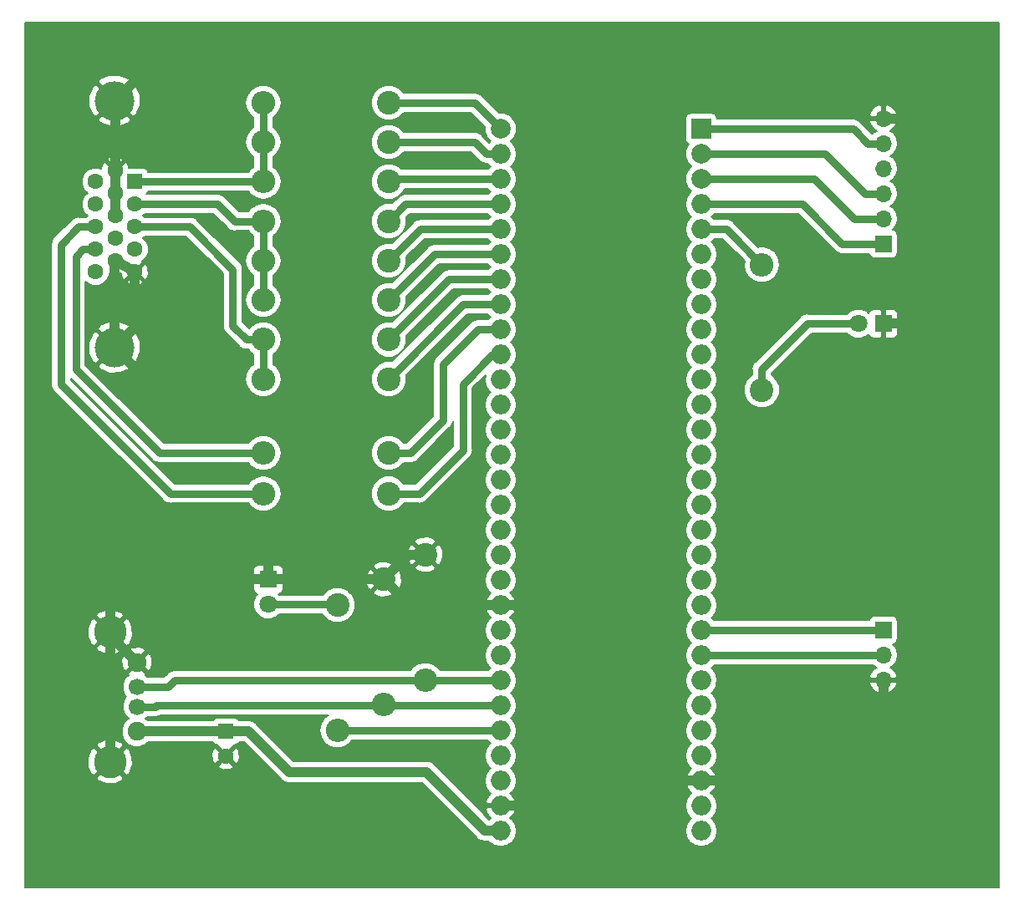
<source format=gbr>
G04 #@! TF.GenerationSoftware,KiCad,Pcbnew,5.0.2-bee76a0~70~ubuntu16.04.1*
G04 #@! TF.CreationDate,2024-02-25T21:22:06-04:00*
G04 #@! TF.ProjectId,leonrv,6c656f6e-7276-42e6-9b69-6361645f7063,rev?*
G04 #@! TF.SameCoordinates,Original*
G04 #@! TF.FileFunction,Copper,L1,Top*
G04 #@! TF.FilePolarity,Positive*
%FSLAX46Y46*%
G04 Gerber Fmt 4.6, Leading zero omitted, Abs format (unit mm)*
G04 Created by KiCad (PCBNEW 5.0.2-bee76a0~70~ubuntu16.04.1) date dom 25 feb 2024 21:22:06 -04*
%MOMM*%
%LPD*%
G01*
G04 APERTURE LIST*
G04 #@! TA.AperFunction,ComponentPad*
%ADD10R,1.600000X1.600000*%
G04 #@! TD*
G04 #@! TA.AperFunction,ComponentPad*
%ADD11C,1.600000*%
G04 #@! TD*
G04 #@! TA.AperFunction,ComponentPad*
%ADD12C,4.000000*%
G04 #@! TD*
G04 #@! TA.AperFunction,ComponentPad*
%ADD13O,2.400000X2.400000*%
G04 #@! TD*
G04 #@! TA.AperFunction,ComponentPad*
%ADD14C,2.400000*%
G04 #@! TD*
G04 #@! TA.AperFunction,ComponentPad*
%ADD15R,1.700000X1.700000*%
G04 #@! TD*
G04 #@! TA.AperFunction,ComponentPad*
%ADD16O,1.700000X1.700000*%
G04 #@! TD*
G04 #@! TA.AperFunction,ComponentPad*
%ADD17C,3.300000*%
G04 #@! TD*
G04 #@! TA.AperFunction,ComponentPad*
%ADD18C,1.900000*%
G04 #@! TD*
G04 #@! TA.AperFunction,ComponentPad*
%ADD19C,1.700000*%
G04 #@! TD*
G04 #@! TA.AperFunction,ComponentPad*
%ADD20R,1.800000X1.800000*%
G04 #@! TD*
G04 #@! TA.AperFunction,ComponentPad*
%ADD21C,1.800000*%
G04 #@! TD*
G04 #@! TA.AperFunction,ComponentPad*
%ADD22O,2.000000X2.000000*%
G04 #@! TD*
G04 #@! TA.AperFunction,ComponentPad*
%ADD23R,2.000000X2.000000*%
G04 #@! TD*
G04 #@! TA.AperFunction,ComponentPad*
%ADD24C,2.000000*%
G04 #@! TD*
G04 #@! TA.AperFunction,Conductor*
%ADD25C,1.000000*%
G04 #@! TD*
G04 #@! TA.AperFunction,Conductor*
%ADD26C,0.800000*%
G04 #@! TD*
G04 #@! TA.AperFunction,Conductor*
%ADD27C,0.200000*%
G04 #@! TD*
G04 APERTURE END LIST*
D10*
G04 #@! TO.P,J3,1*
G04 #@! TO.N,/red*
X153810545Y-54467749D03*
D11*
G04 #@! TO.P,J3,2*
G04 #@! TO.N,/green*
X153810545Y-56757749D03*
G04 #@! TO.P,J3,3*
G04 #@! TO.N,/blue*
X153810545Y-59047749D03*
G04 #@! TO.P,J3,4*
G04 #@! TO.N,Net-(J3-Pad4)*
X153810545Y-61337749D03*
G04 #@! TO.P,J3,5*
G04 #@! TO.N,GND*
X153810545Y-63627749D03*
G04 #@! TO.P,J3,6*
X151830545Y-53322749D03*
G04 #@! TO.P,J3,7*
X151830545Y-55612749D03*
G04 #@! TO.P,J3,8*
X151830545Y-57902749D03*
G04 #@! TO.P,J3,9*
G04 #@! TO.N,Net-(J3-Pad9)*
X151830545Y-60192749D03*
G04 #@! TO.P,J3,10*
G04 #@! TO.N,GND*
X151830545Y-62482749D03*
G04 #@! TO.P,J3,11*
G04 #@! TO.N,Net-(J3-Pad11)*
X149850545Y-54467749D03*
G04 #@! TO.P,J3,12*
G04 #@! TO.N,Net-(J3-Pad12)*
X149850545Y-56757749D03*
G04 #@! TO.P,J3,13*
G04 #@! TO.N,/hsync*
X149850545Y-59047749D03*
G04 #@! TO.P,J3,14*
G04 #@! TO.N,/vsync*
X149850545Y-61337749D03*
G04 #@! TO.P,J3,15*
G04 #@! TO.N,Net-(J3-Pad15)*
X149850545Y-63627749D03*
D12*
G04 #@! TO.P,J3,0*
G04 #@! TO.N,GND*
X151760545Y-71282749D03*
X151760545Y-46282749D03*
G04 #@! TD*
D13*
G04 #@! TO.P,R1,2*
G04 #@! TO.N,/red*
X166830545Y-46482749D03*
D14*
G04 #@! TO.P,R1,1*
G04 #@! TO.N,/vga_red2*
X179530545Y-46482749D03*
G04 #@! TD*
G04 #@! TO.P,R3,1*
G04 #@! TO.N,/vga_red0*
X179530545Y-54482749D03*
D13*
G04 #@! TO.P,R3,2*
G04 #@! TO.N,/red*
X166830545Y-54482749D03*
G04 #@! TD*
G04 #@! TO.P,R2,2*
G04 #@! TO.N,/red*
X166830545Y-50482749D03*
D14*
G04 #@! TO.P,R2,1*
G04 #@! TO.N,/vga_red1*
X179530545Y-50482749D03*
G04 #@! TD*
G04 #@! TO.P,R9,1*
G04 #@! TO.N,/vga_vsync*
X179530545Y-81982749D03*
D13*
G04 #@! TO.P,R9,2*
G04 #@! TO.N,/vsync*
X166830545Y-81982749D03*
G04 #@! TD*
G04 #@! TO.P,R10,2*
G04 #@! TO.N,/hsync*
X166830545Y-86082749D03*
D14*
G04 #@! TO.P,R10,1*
G04 #@! TO.N,/vga_hsync*
X179530545Y-86082749D03*
G04 #@! TD*
G04 #@! TO.P,R7,1*
G04 #@! TO.N,/vga_blue1*
X179530545Y-70482749D03*
D13*
G04 #@! TO.P,R7,2*
G04 #@! TO.N,/blue*
X166830545Y-70482749D03*
G04 #@! TD*
D14*
G04 #@! TO.P,R5,1*
G04 #@! TO.N,/vga_green1*
X179530545Y-62482749D03*
D13*
G04 #@! TO.P,R5,2*
G04 #@! TO.N,/green*
X166830545Y-62482749D03*
G04 #@! TD*
G04 #@! TO.P,R6,2*
G04 #@! TO.N,/green*
X166830545Y-66482749D03*
D14*
G04 #@! TO.P,R6,1*
G04 #@! TO.N,/vga_green0*
X179530545Y-66482749D03*
G04 #@! TD*
D13*
G04 #@! TO.P,R8,2*
G04 #@! TO.N,/blue*
X166830545Y-74482749D03*
D14*
G04 #@! TO.P,R8,1*
G04 #@! TO.N,/vga_blue0*
X179530545Y-74482749D03*
G04 #@! TD*
D13*
G04 #@! TO.P,R4,2*
G04 #@! TO.N,/green*
X166830545Y-58482749D03*
D14*
G04 #@! TO.P,R4,1*
G04 #@! TO.N,/vga_green2*
X179530545Y-58482749D03*
G04 #@! TD*
D15*
G04 #@! TO.P,J5,1*
G04 #@! TO.N,/serial_RX*
X229630545Y-99902749D03*
D16*
G04 #@! TO.P,J5,2*
G04 #@! TO.N,/serial_TX*
X229630545Y-102442749D03*
G04 #@! TO.P,J5,3*
G04 #@! TO.N,GND*
X229630545Y-104982749D03*
G04 #@! TD*
D13*
G04 #@! TO.P,R14,2*
G04 #@! TO.N,/teclado_hab*
X174330545Y-110082749D03*
D14*
G04 #@! TO.P,R14,1*
G04 #@! TO.N,Net-(D1-Pad2)*
X174330545Y-97382749D03*
G04 #@! TD*
D17*
G04 #@! TO.P,J2,5*
G04 #@! TO.N,GND*
X151320545Y-113252749D03*
X151320545Y-100112749D03*
D18*
G04 #@! TO.P,J2,1*
G04 #@! TO.N,+5V*
X154030545Y-110182749D03*
D19*
G04 #@! TO.P,J2,2*
G04 #@! TO.N,/usb_D-*
X154030545Y-107682749D03*
G04 #@! TO.P,J2,3*
G04 #@! TO.N,/usb_D+*
X154030545Y-105682749D03*
D18*
G04 #@! TO.P,J2,4*
G04 #@! TO.N,GND*
X154030545Y-103182749D03*
G04 #@! TD*
D10*
G04 #@! TO.P,C1,2*
G04 #@! TO.N,+5V*
X163030545Y-110182749D03*
D11*
G04 #@! TO.P,C1,1*
G04 #@! TO.N,GND*
X163030545Y-112682749D03*
G04 #@! TD*
D13*
G04 #@! TO.P,R12,2*
G04 #@! TO.N,/usb_D-*
X179030545Y-107482749D03*
D14*
G04 #@! TO.P,R12,1*
G04 #@! TO.N,GND*
X179030545Y-94782749D03*
G04 #@! TD*
G04 #@! TO.P,R11,1*
G04 #@! TO.N,GND*
X183230545Y-92282749D03*
D13*
G04 #@! TO.P,R11,2*
G04 #@! TO.N,/usb_D+*
X183230545Y-104982749D03*
G04 #@! TD*
D20*
G04 #@! TO.P,D1,1*
G04 #@! TO.N,GND*
X167330545Y-94782749D03*
D21*
G04 #@! TO.P,D1,2*
G04 #@! TO.N,Net-(D1-Pad2)*
X167330545Y-97322749D03*
G04 #@! TD*
D16*
G04 #@! TO.P,J4,6*
G04 #@! TO.N,GND*
X229630545Y-48082749D03*
G04 #@! TO.P,J4,5*
G04 #@! TO.N,/serialDBG_CTS*
X229630545Y-50622749D03*
G04 #@! TO.P,J4,4*
G04 #@! TO.N,Net-(J4-Pad4)*
X229630545Y-53162749D03*
G04 #@! TO.P,J4,3*
G04 #@! TO.N,/serialDBG_RX*
X229630545Y-55702749D03*
G04 #@! TO.P,J4,2*
G04 #@! TO.N,/serialDBG_TX*
X229630545Y-58242749D03*
D15*
G04 #@! TO.P,J4,1*
G04 #@! TO.N,/serialDBG_DTR*
X229630545Y-60782749D03*
G04 #@! TD*
D22*
G04 #@! TO.P,U1,13*
G04 #@! TO.N,Net-(U1-Pad13)*
X211190545Y-79612749D03*
G04 #@! TO.P,U1,15*
G04 #@! TO.N,Net-(U1-Pad15)*
X211190545Y-84692749D03*
D23*
G04 #@! TO.P,U1,1*
G04 #@! TO.N,/serialDBG_CTS*
X211190545Y-49132749D03*
D24*
G04 #@! TO.P,U1,3*
G04 #@! TO.N,/serialDBG_TX*
X211190545Y-54212749D03*
D22*
G04 #@! TO.P,U1,19*
G04 #@! TO.N,Net-(U1-Pad19)*
X211190545Y-94852749D03*
G04 #@! TO.P,U1,10*
G04 #@! TO.N,Net-(U1-Pad10)*
X211190545Y-71992749D03*
G04 #@! TO.P,U1,23*
G04 #@! TO.N,Net-(U1-Pad23)*
X211190545Y-105012749D03*
G04 #@! TO.P,U1,16*
G04 #@! TO.N,Net-(U1-Pad16)*
X211190545Y-87232749D03*
G04 #@! TO.P,U1,6*
G04 #@! TO.N,Net-(U1-Pad6)*
X211190545Y-61832749D03*
G04 #@! TO.P,U1,25*
G04 #@! TO.N,Net-(U1-Pad25)*
X211190545Y-110092749D03*
D24*
G04 #@! TO.P,U1,2*
G04 #@! TO.N,/serialDBG_RX*
X211190545Y-51672749D03*
D22*
G04 #@! TO.P,U1,4*
G04 #@! TO.N,/serialDBG_DTR*
X211190545Y-56752749D03*
G04 #@! TO.P,U1,21*
G04 #@! TO.N,/serial_RX*
X211190545Y-99932749D03*
G04 #@! TO.P,U1,29*
G04 #@! TO.N,Net-(U1-Pad29)*
X211190545Y-120252749D03*
G04 #@! TO.P,U1,7*
G04 #@! TO.N,Net-(U1-Pad7)*
X211190545Y-64372749D03*
G04 #@! TO.P,U1,28*
G04 #@! TO.N,+3V3*
X211190545Y-117712749D03*
G04 #@! TO.P,U1,5*
G04 #@! TO.N,/serialDBG_halted*
X211190545Y-59292749D03*
G04 #@! TO.P,U1,11*
G04 #@! TO.N,Net-(U1-Pad11)*
X211190545Y-74532749D03*
G04 #@! TO.P,U1,26*
G04 #@! TO.N,Net-(U1-Pad26)*
X211190545Y-112632749D03*
G04 #@! TO.P,U1,14*
G04 #@! TO.N,Net-(U1-Pad14)*
X211190545Y-82152749D03*
G04 #@! TO.P,U1,9*
G04 #@! TO.N,Net-(U1-Pad9)*
X211190545Y-69452749D03*
G04 #@! TO.P,U1,18*
G04 #@! TO.N,Net-(U1-Pad18)*
X211190545Y-92312749D03*
G04 #@! TO.P,U1,17*
G04 #@! TO.N,Net-(U1-Pad17)*
X211190545Y-89772749D03*
G04 #@! TO.P,U1,12*
G04 #@! TO.N,Net-(U1-Pad12)*
X211190545Y-77072749D03*
G04 #@! TO.P,U1,22*
G04 #@! TO.N,/serial_TX*
X211190545Y-102472749D03*
G04 #@! TO.P,U1,20*
G04 #@! TO.N,Net-(U1-Pad20)*
X211190545Y-97392749D03*
G04 #@! TO.P,U1,8*
G04 #@! TO.N,Net-(U1-Pad8)*
X211190545Y-66912749D03*
G04 #@! TO.P,U1,27*
G04 #@! TO.N,GND*
X211190545Y-115172749D03*
G04 #@! TO.P,U1,24*
G04 #@! TO.N,Net-(U1-Pad24)*
X211190545Y-107552749D03*
G04 #@! TO.P,U1,46*
G04 #@! TO.N,Net-(U1-Pad46)*
X190870545Y-79612749D03*
G04 #@! TO.P,U1,44*
G04 #@! TO.N,Net-(U1-Pad44)*
X190870545Y-84692749D03*
D24*
G04 #@! TO.P,U1,58*
G04 #@! TO.N,/vga_red2*
X190870545Y-49132749D03*
D22*
G04 #@! TO.P,U1,56*
G04 #@! TO.N,/vga_red0*
X190870545Y-54212749D03*
G04 #@! TO.P,U1,40*
G04 #@! TO.N,Net-(U1-Pad40)*
X190870545Y-94852749D03*
G04 #@! TO.P,U1,49*
G04 #@! TO.N,/vga_hsync*
X190870545Y-71992749D03*
G04 #@! TO.P,U1,36*
G04 #@! TO.N,/usb_D+*
X190870545Y-105012749D03*
G04 #@! TO.P,U1,43*
G04 #@! TO.N,Net-(U1-Pad43)*
X190870545Y-87232749D03*
G04 #@! TO.P,U1,53*
G04 #@! TO.N,/vga_green0*
X190870545Y-61832749D03*
G04 #@! TO.P,U1,34*
G04 #@! TO.N,/teclado_hab*
X190870545Y-110092749D03*
G04 #@! TO.P,U1,57*
G04 #@! TO.N,/vga_red1*
X190870545Y-51672749D03*
G04 #@! TO.P,U1,55*
G04 #@! TO.N,/vga_green2*
X190870545Y-56752749D03*
G04 #@! TO.P,U1,38*
G04 #@! TO.N,Net-(U1-Pad38)*
X190870545Y-99932749D03*
G04 #@! TO.P,U1,30*
G04 #@! TO.N,+5V*
X190870545Y-120252749D03*
G04 #@! TO.P,U1,52*
G04 #@! TO.N,/vga_blue1*
X190870545Y-64372749D03*
G04 #@! TO.P,U1,31*
G04 #@! TO.N,GND*
X190870545Y-117712749D03*
G04 #@! TO.P,U1,54*
G04 #@! TO.N,/vga_green1*
X190870545Y-59292749D03*
G04 #@! TO.P,U1,48*
G04 #@! TO.N,Net-(U1-Pad48)*
X190870545Y-74532749D03*
G04 #@! TO.P,U1,33*
G04 #@! TO.N,Net-(U1-Pad33)*
X190870545Y-112632749D03*
G04 #@! TO.P,U1,45*
G04 #@! TO.N,Net-(U1-Pad45)*
X190870545Y-82152749D03*
G04 #@! TO.P,U1,50*
G04 #@! TO.N,/vga_vsync*
X190870545Y-69452749D03*
G04 #@! TO.P,U1,41*
G04 #@! TO.N,Net-(U1-Pad41)*
X190870545Y-92312749D03*
G04 #@! TO.P,U1,42*
G04 #@! TO.N,Net-(U1-Pad42)*
X190870545Y-89772749D03*
G04 #@! TO.P,U1,47*
G04 #@! TO.N,Net-(U1-Pad47)*
X190870545Y-77072749D03*
G04 #@! TO.P,U1,37*
G04 #@! TO.N,/fpga_P10*
X190870545Y-102472749D03*
G04 #@! TO.P,U1,39*
G04 #@! TO.N,GND*
X190870545Y-97392749D03*
G04 #@! TO.P,U1,51*
G04 #@! TO.N,/vga_blue0*
X190870545Y-66912749D03*
G04 #@! TO.P,U1,32*
G04 #@! TO.N,Net-(U1-Pad32)*
X190870545Y-115172749D03*
G04 #@! TO.P,U1,35*
G04 #@! TO.N,/usb_D-*
X190870545Y-107552749D03*
G04 #@! TD*
D20*
G04 #@! TO.P,D2,1*
G04 #@! TO.N,GND*
X229630545Y-68882749D03*
D21*
G04 #@! TO.P,D2,2*
G04 #@! TO.N,Net-(D2-Pad2)*
X227090545Y-68882749D03*
G04 #@! TD*
D14*
G04 #@! TO.P,R15,1*
G04 #@! TO.N,Net-(D2-Pad2)*
X217330545Y-75582749D03*
D13*
G04 #@! TO.P,R15,2*
G04 #@! TO.N,/serialDBG_halted*
X217330545Y-62882749D03*
G04 #@! TD*
D25*
G04 #@! TO.N,GND*
X194830545Y-119082749D02*
X193460545Y-117712749D01*
X194830545Y-122882749D02*
X194830545Y-119082749D01*
X163030545Y-114482749D02*
X172430545Y-123882749D01*
X172430545Y-123882749D02*
X193830545Y-123882749D01*
X193460545Y-117712749D02*
X190870545Y-117712749D01*
X193830545Y-123882749D02*
X194830545Y-122882749D01*
X192284758Y-97392749D02*
X195230545Y-100338536D01*
X190870545Y-97392749D02*
X192284758Y-97392749D01*
X195230545Y-115942749D02*
X193460545Y-117712749D01*
X195230545Y-100338536D02*
X195230545Y-115942749D01*
X193460545Y-117712749D02*
X203800545Y-117712749D01*
X206340545Y-115172749D02*
X211190545Y-115172749D01*
X203800545Y-117712749D02*
X206340545Y-115172749D01*
X181640545Y-97392749D02*
X179030545Y-94782749D01*
X190870545Y-97392749D02*
X181640545Y-97392749D01*
X181530545Y-92282749D02*
X179030545Y-94782749D01*
X183230545Y-92282749D02*
X181530545Y-92282749D01*
X179030545Y-94782749D02*
X168430545Y-94782749D01*
X151830545Y-46352749D02*
X151760545Y-46282749D01*
X153810545Y-69232749D02*
X151760545Y-71282749D01*
X153810545Y-63627749D02*
X153810545Y-69232749D01*
X151320545Y-113252749D02*
X151320545Y-100112749D01*
X151320545Y-100472749D02*
X154030545Y-103182749D01*
X151320545Y-100112749D02*
X151320545Y-100472749D01*
X166530545Y-94782749D02*
X168430545Y-94782749D01*
X154317093Y-94782749D02*
X166530545Y-94782749D01*
X151320545Y-97779297D02*
X154317093Y-94782749D01*
X151320545Y-100112749D02*
X151320545Y-97779297D01*
X173130545Y-45182749D02*
X170430545Y-42482749D01*
X155560545Y-42482749D02*
X151760545Y-46282749D01*
X170430545Y-42482749D02*
X155560545Y-42482749D01*
D26*
X151760545Y-62552749D02*
X151830545Y-62482749D01*
D25*
X151760545Y-71282749D02*
X151760545Y-62552749D01*
X168130545Y-77682749D02*
X173130545Y-82682749D01*
X173130545Y-82682749D02*
X173130545Y-45182749D01*
X151760545Y-71282749D02*
X158160545Y-77682749D01*
X158160545Y-77682749D02*
X168130545Y-77682749D01*
X173130545Y-87082749D02*
X173130545Y-83682749D01*
X167330545Y-92882749D02*
X173130545Y-87082749D01*
X167330545Y-94782749D02*
X167330545Y-92882749D01*
X173130545Y-83682749D02*
X173130545Y-82682749D01*
D26*
X231330545Y-68882749D02*
X233830545Y-66382749D01*
X233830545Y-66382749D02*
X233830545Y-64082749D01*
X233830545Y-64082749D02*
X233830545Y-52282749D01*
X229630545Y-68882749D02*
X231330545Y-68882749D01*
D25*
X233830545Y-97682749D02*
X233830545Y-52282749D01*
X233830545Y-52282749D02*
X233830545Y-49982749D01*
X231930545Y-48082749D02*
X229630545Y-48082749D01*
X233830545Y-49982749D02*
X231930545Y-48082749D01*
X233630545Y-66782749D02*
X233830545Y-66782749D01*
X229630545Y-68882749D02*
X231530545Y-68882749D01*
D26*
X233830545Y-97682749D02*
X233830545Y-66782749D01*
D25*
X231530545Y-68882749D02*
X233630545Y-66782749D01*
D26*
X233830545Y-66782749D02*
X233830545Y-64082749D01*
D25*
X229630545Y-104982749D02*
X229630545Y-112082749D01*
X226540545Y-115172749D02*
X211190545Y-115172749D01*
X229630545Y-112082749D02*
X226540545Y-115172749D01*
X151890545Y-112682749D02*
X151320545Y-113252749D01*
X151830545Y-57902749D02*
X151830545Y-46352749D01*
X233830545Y-100782749D02*
X233830545Y-97682749D01*
X153810545Y-63627749D02*
X151830545Y-62482749D01*
G04 #@! TO.N,+5V*
X190870545Y-120252749D02*
X189300545Y-120252749D01*
X189300545Y-120252749D02*
X183330545Y-114282749D01*
X183330545Y-114282749D02*
X169430545Y-114282749D01*
X165330545Y-110182749D02*
X154030545Y-110182749D01*
X169430545Y-114282749D02*
X165330545Y-110182749D01*
D26*
G04 #@! TO.N,Net-(D1-Pad2)*
X174270545Y-97322749D02*
X174330545Y-97382749D01*
X167330545Y-97322749D02*
X174270545Y-97322749D01*
G04 #@! TO.N,Net-(D2-Pad2)*
X217330545Y-73482749D02*
X217330545Y-75582749D01*
X221930545Y-68882749D02*
X217330545Y-73482749D01*
X227090545Y-68882749D02*
X221930545Y-68882749D01*
G04 #@! TO.N,/usb_D-*
X154170545Y-107542749D02*
X154030545Y-107682749D01*
X190870545Y-107552749D02*
X178180545Y-107552749D01*
X178180545Y-107552749D02*
X178170545Y-107542749D01*
X178170545Y-107542749D02*
X156030545Y-107542749D01*
X155890545Y-107682749D02*
X154030545Y-107682749D01*
X156030545Y-107542749D02*
X155890545Y-107682749D01*
G04 #@! TO.N,/usb_D+*
X183260545Y-105012749D02*
X183250545Y-105002749D01*
X190870545Y-105012749D02*
X183260545Y-105012749D01*
X157170545Y-105682749D02*
X154030545Y-105682749D01*
X157850545Y-105002749D02*
X157170545Y-105682749D01*
X183250545Y-105002749D02*
X157850545Y-105002749D01*
G04 #@! TO.N,/red*
X166815545Y-54467749D02*
X166830545Y-54482749D01*
X166830545Y-54482749D02*
X166830545Y-50482749D01*
X166830545Y-46482749D02*
X166830545Y-50482749D01*
X153825545Y-54482749D02*
X153810545Y-54467749D01*
X166830545Y-54482749D02*
X153825545Y-54482749D01*
G04 #@! TO.N,/green*
X166830545Y-66482749D02*
X166830545Y-58482749D01*
X159530545Y-56757749D02*
X153810545Y-56757749D01*
X162205545Y-56757749D02*
X159530545Y-56757749D01*
X163930545Y-58482749D02*
X162205545Y-56757749D01*
X166830545Y-58482749D02*
X163930545Y-58482749D01*
G04 #@! TO.N,/blue*
X166830545Y-74482749D02*
X166830545Y-70482749D01*
X166830545Y-70482749D02*
X165133489Y-70482749D01*
X165133489Y-70482749D02*
X163730545Y-69079805D01*
X159395545Y-59047749D02*
X157530545Y-59047749D01*
X163730545Y-69079805D02*
X163730545Y-63382749D01*
X157530545Y-59047749D02*
X153810545Y-59047749D01*
X163730545Y-63382749D02*
X159395545Y-59047749D01*
G04 #@! TO.N,/vsync*
X148530545Y-61337749D02*
X149850545Y-61337749D01*
X166830545Y-81982749D02*
X156330545Y-81982749D01*
X156330545Y-81982749D02*
X147830545Y-73482749D01*
X147830545Y-62037749D02*
X148530545Y-61337749D01*
X147830545Y-73482749D02*
X147830545Y-62037749D01*
G04 #@! TO.N,/hsync*
X166830545Y-86082749D02*
X157430545Y-86082749D01*
X146330545Y-60847749D02*
X148130545Y-59047749D01*
X146330545Y-74982749D02*
X146330545Y-60847749D01*
X157430545Y-86082749D02*
X146330545Y-74982749D01*
X148130545Y-59047749D02*
X149850545Y-59047749D01*
G04 #@! TO.N,/serialDBG_DTR*
X229630545Y-60782749D02*
X225430545Y-60782749D01*
X221400545Y-56752749D02*
X211190545Y-56752749D01*
X225430545Y-60782749D02*
X221400545Y-56752749D01*
G04 #@! TO.N,/serialDBG_RX*
X229630545Y-55702749D02*
X227750545Y-55702749D01*
X223720545Y-51672749D02*
X211190545Y-51672749D01*
X227750545Y-55702749D02*
X223720545Y-51672749D01*
G04 #@! TO.N,/serialDBG_TX*
X229630545Y-58242749D02*
X226690545Y-58242749D01*
X222660545Y-54212749D02*
X211190545Y-54212749D01*
X226690545Y-58242749D02*
X222660545Y-54212749D01*
G04 #@! TO.N,/serialDBG_CTS*
X229630545Y-50622749D02*
X228070545Y-50622749D01*
X226580545Y-49132749D02*
X211190545Y-49132749D01*
X228070545Y-50622749D02*
X226580545Y-49132749D01*
G04 #@! TO.N,/serial_RX*
X211220545Y-99902749D02*
X211190545Y-99932749D01*
X229630545Y-99902749D02*
X211220545Y-99902749D01*
G04 #@! TO.N,/serial_TX*
X229600545Y-102472749D02*
X229630545Y-102442749D01*
X211190545Y-102472749D02*
X229600545Y-102472749D01*
G04 #@! TO.N,/vga_red2*
X188220545Y-46482749D02*
X179530545Y-46482749D01*
X190870545Y-49132749D02*
X188220545Y-46482749D01*
G04 #@! TO.N,/vga_red1*
X189456332Y-51672749D02*
X188266332Y-50482749D01*
X188266332Y-50482749D02*
X179530545Y-50482749D01*
X190870545Y-51672749D02*
X189456332Y-51672749D01*
G04 #@! TO.N,/vga_red0*
X179800545Y-54212749D02*
X179530545Y-54482749D01*
X190870545Y-54212749D02*
X179800545Y-54212749D01*
G04 #@! TO.N,/vga_green2*
X181260545Y-56752749D02*
X179530545Y-58482749D01*
X190870545Y-56752749D02*
X181260545Y-56752749D01*
G04 #@! TO.N,/vga_green1*
X182720545Y-59292749D02*
X179530545Y-62482749D01*
X190870545Y-59292749D02*
X182720545Y-59292749D01*
G04 #@! TO.N,/vga_green0*
X184180545Y-61832749D02*
X179530545Y-66482749D01*
X190870545Y-61832749D02*
X184180545Y-61832749D01*
G04 #@! TO.N,/vga_blue1*
X185640545Y-64372749D02*
X179530545Y-70482749D01*
X190870545Y-64372749D02*
X185640545Y-64372749D01*
G04 #@! TO.N,/vga_blue0*
X187100545Y-66912749D02*
X179530545Y-74482749D01*
X190870545Y-66912749D02*
X187100545Y-66912749D01*
G04 #@! TO.N,/vga_hsync*
X190020545Y-71992749D02*
X190870545Y-71992749D01*
X179530545Y-86082749D02*
X182630545Y-86082749D01*
X187030545Y-81682749D02*
X187030545Y-74982749D01*
X182630545Y-86082749D02*
X187030545Y-81682749D01*
X187030545Y-74982749D02*
X190020545Y-71992749D01*
G04 #@! TO.N,/vga_vsync*
X190870545Y-69452749D02*
X188560545Y-69452749D01*
X179530545Y-81982749D02*
X181730545Y-81982749D01*
X185030545Y-78682749D02*
X185030545Y-72982749D01*
X181730545Y-81982749D02*
X185030545Y-78682749D01*
X188560545Y-69452749D02*
X185030545Y-72982749D01*
G04 #@! TO.N,/teclado_hab*
X190870545Y-110092749D02*
X174330545Y-110082749D01*
G04 #@! TO.N,/serialDBG_halted*
X213740545Y-59292749D02*
X217330545Y-62882749D01*
X211190545Y-59292749D02*
X213740545Y-59292749D01*
G04 #@! TD*
D27*
G04 #@! TO.N,GND*
G36*
X241330545Y-125982749D02*
X142730545Y-125982749D01*
X142730545Y-114873821D01*
X149917262Y-114873821D01*
X150099749Y-115195031D01*
X150935956Y-115514363D01*
X151830713Y-115489384D01*
X152541341Y-115195031D01*
X152723828Y-114873821D01*
X151320545Y-113470538D01*
X149917262Y-114873821D01*
X142730545Y-114873821D01*
X142730545Y-112868160D01*
X149058931Y-112868160D01*
X149083910Y-113762917D01*
X149378263Y-114473545D01*
X149699473Y-114656032D01*
X151102756Y-113252749D01*
X151538334Y-113252749D01*
X152941617Y-114656032D01*
X153262827Y-114473545D01*
X153562684Y-113688333D01*
X162242750Y-113688333D01*
X162321010Y-113921341D01*
X162849009Y-114098587D01*
X163404645Y-114060284D01*
X163740080Y-113921341D01*
X163818340Y-113688333D01*
X163030545Y-112900538D01*
X162242750Y-113688333D01*
X153562684Y-113688333D01*
X153582159Y-113637338D01*
X153557180Y-112742581D01*
X153457202Y-112501213D01*
X161614707Y-112501213D01*
X161653010Y-113056849D01*
X161791953Y-113392284D01*
X162024961Y-113470544D01*
X162812756Y-112682749D01*
X163248334Y-112682749D01*
X164036129Y-113470544D01*
X164269137Y-113392284D01*
X164446383Y-112864285D01*
X164408080Y-112308649D01*
X164269137Y-111973214D01*
X164036129Y-111894954D01*
X163248334Y-112682749D01*
X162812756Y-112682749D01*
X162024961Y-111894954D01*
X161791953Y-111973214D01*
X161614707Y-112501213D01*
X153457202Y-112501213D01*
X153262827Y-112031953D01*
X152941617Y-111849466D01*
X151538334Y-113252749D01*
X151102756Y-113252749D01*
X149699473Y-111849466D01*
X149378263Y-112031953D01*
X149058931Y-112868160D01*
X142730545Y-112868160D01*
X142730545Y-111631677D01*
X149917262Y-111631677D01*
X151320545Y-113034960D01*
X152723828Y-111631677D01*
X152541341Y-111310467D01*
X151705134Y-110991135D01*
X150810377Y-111016114D01*
X150099749Y-111310467D01*
X149917262Y-111631677D01*
X142730545Y-111631677D01*
X142730545Y-109874435D01*
X152480545Y-109874435D01*
X152480545Y-110491063D01*
X152716519Y-111060753D01*
X153152541Y-111496775D01*
X153722231Y-111732749D01*
X154338859Y-111732749D01*
X154908549Y-111496775D01*
X155122575Y-111282749D01*
X161709386Y-111282749D01*
X161797970Y-111415324D01*
X161996437Y-111547936D01*
X162230545Y-111594503D01*
X162270514Y-111594503D01*
X162242750Y-111677165D01*
X163030545Y-112464960D01*
X163818340Y-111677165D01*
X163790576Y-111594503D01*
X163830545Y-111594503D01*
X164064653Y-111547936D01*
X164263120Y-111415324D01*
X164351704Y-111282749D01*
X164874911Y-111282749D01*
X168576117Y-114983955D01*
X168637489Y-115075805D01*
X169001346Y-115318926D01*
X169322206Y-115382749D01*
X169430545Y-115404299D01*
X169538884Y-115382749D01*
X182874911Y-115382749D01*
X188446119Y-120953958D01*
X188507489Y-121045805D01*
X188871346Y-121288926D01*
X189300545Y-121374299D01*
X189408884Y-121352749D01*
X189681239Y-121352749D01*
X189717010Y-121406284D01*
X190246256Y-121759915D01*
X190712963Y-121852749D01*
X191028127Y-121852749D01*
X191494834Y-121759915D01*
X192024080Y-121406284D01*
X192377711Y-120877038D01*
X192501890Y-120252749D01*
X192377711Y-119628460D01*
X192024080Y-119099214D01*
X191844030Y-118978908D01*
X192249491Y-118524257D01*
X192419419Y-118113986D01*
X192312344Y-117866749D01*
X191024545Y-117866749D01*
X191024545Y-117886749D01*
X190716545Y-117886749D01*
X190716545Y-117866749D01*
X189428746Y-117866749D01*
X189321671Y-118113986D01*
X189491599Y-118524257D01*
X189897060Y-118978908D01*
X189717010Y-119099214D01*
X189711256Y-119107825D01*
X188316180Y-117712749D01*
X209559200Y-117712749D01*
X209683379Y-118337038D01*
X210037010Y-118866284D01*
X210211312Y-118982749D01*
X210037010Y-119099214D01*
X209683379Y-119628460D01*
X209559200Y-120252749D01*
X209683379Y-120877038D01*
X210037010Y-121406284D01*
X210566256Y-121759915D01*
X211032963Y-121852749D01*
X211348127Y-121852749D01*
X211814834Y-121759915D01*
X212344080Y-121406284D01*
X212697711Y-120877038D01*
X212821890Y-120252749D01*
X212697711Y-119628460D01*
X212344080Y-119099214D01*
X212169778Y-118982749D01*
X212344080Y-118866284D01*
X212697711Y-118337038D01*
X212821890Y-117712749D01*
X212697711Y-117088460D01*
X212344080Y-116559214D01*
X212164030Y-116438908D01*
X212569491Y-115984257D01*
X212739419Y-115573986D01*
X212632344Y-115326749D01*
X211344545Y-115326749D01*
X211344545Y-115346749D01*
X211036545Y-115346749D01*
X211036545Y-115326749D01*
X209748746Y-115326749D01*
X209641671Y-115573986D01*
X209811599Y-115984257D01*
X210217060Y-116438908D01*
X210037010Y-116559214D01*
X209683379Y-117088460D01*
X209559200Y-117712749D01*
X188316180Y-117712749D01*
X184184973Y-113581543D01*
X184123601Y-113489693D01*
X183759744Y-113246572D01*
X183438884Y-113182749D01*
X183330545Y-113161199D01*
X183222206Y-113182749D01*
X169886179Y-113182749D01*
X166184973Y-109481543D01*
X166123601Y-109389693D01*
X165759744Y-109146572D01*
X165438884Y-109082749D01*
X165330545Y-109061199D01*
X165222206Y-109082749D01*
X164351704Y-109082749D01*
X164263120Y-108950174D01*
X164064653Y-108817562D01*
X163830545Y-108770995D01*
X162230545Y-108770995D01*
X161996437Y-108817562D01*
X161797970Y-108950174D01*
X161709386Y-109082749D01*
X155122575Y-109082749D01*
X154908549Y-108868723D01*
X154899096Y-108864807D01*
X155081154Y-108682749D01*
X155792055Y-108682749D01*
X155890545Y-108702340D01*
X155989035Y-108682749D01*
X156280726Y-108624728D01*
X156403417Y-108542749D01*
X173395403Y-108542749D01*
X173032817Y-108785021D01*
X172634982Y-109380424D01*
X172495281Y-110082749D01*
X172634982Y-110785074D01*
X173032817Y-111380477D01*
X173628220Y-111778312D01*
X174153261Y-111882749D01*
X174507829Y-111882749D01*
X175032870Y-111778312D01*
X175628273Y-111380477D01*
X175826604Y-111083653D01*
X189613913Y-111091989D01*
X189717010Y-111246284D01*
X189891312Y-111362749D01*
X189717010Y-111479214D01*
X189363379Y-112008460D01*
X189239200Y-112632749D01*
X189363379Y-113257038D01*
X189717010Y-113786284D01*
X189891312Y-113902749D01*
X189717010Y-114019214D01*
X189363379Y-114548460D01*
X189239200Y-115172749D01*
X189363379Y-115797038D01*
X189717010Y-116326284D01*
X189897060Y-116446590D01*
X189491599Y-116901241D01*
X189321671Y-117311512D01*
X189428746Y-117558749D01*
X190716545Y-117558749D01*
X190716545Y-117538749D01*
X191024545Y-117538749D01*
X191024545Y-117558749D01*
X192312344Y-117558749D01*
X192419419Y-117311512D01*
X192249491Y-116901241D01*
X191844030Y-116446590D01*
X192024080Y-116326284D01*
X192377711Y-115797038D01*
X192501890Y-115172749D01*
X192377711Y-114548460D01*
X192024080Y-114019214D01*
X191849778Y-113902749D01*
X192024080Y-113786284D01*
X192377711Y-113257038D01*
X192501890Y-112632749D01*
X192377711Y-112008460D01*
X192024080Y-111479214D01*
X191849778Y-111362749D01*
X192024080Y-111246284D01*
X192377711Y-110717038D01*
X192501890Y-110092749D01*
X192377711Y-109468460D01*
X192024080Y-108939214D01*
X191849778Y-108822749D01*
X192024080Y-108706284D01*
X192377711Y-108177038D01*
X192501890Y-107552749D01*
X192377711Y-106928460D01*
X192024080Y-106399214D01*
X191849778Y-106282749D01*
X192024080Y-106166284D01*
X192377711Y-105637038D01*
X192501890Y-105012749D01*
X192377711Y-104388460D01*
X192024080Y-103859214D01*
X191849778Y-103742749D01*
X192024080Y-103626284D01*
X192377711Y-103097038D01*
X192501890Y-102472749D01*
X192377711Y-101848460D01*
X192024080Y-101319214D01*
X191849778Y-101202749D01*
X192024080Y-101086284D01*
X192377711Y-100557038D01*
X192501890Y-99932749D01*
X192377711Y-99308460D01*
X192024080Y-98779214D01*
X191844030Y-98658908D01*
X192249491Y-98204257D01*
X192419419Y-97793986D01*
X192312344Y-97546749D01*
X191024545Y-97546749D01*
X191024545Y-97566749D01*
X190716545Y-97566749D01*
X190716545Y-97546749D01*
X189428746Y-97546749D01*
X189321671Y-97793986D01*
X189491599Y-98204257D01*
X189897060Y-98658908D01*
X189717010Y-98779214D01*
X189363379Y-99308460D01*
X189239200Y-99932749D01*
X189363379Y-100557038D01*
X189717010Y-101086284D01*
X189891312Y-101202749D01*
X189717010Y-101319214D01*
X189363379Y-101848460D01*
X189239200Y-102472749D01*
X189363379Y-103097038D01*
X189717010Y-103626284D01*
X189891312Y-103742749D01*
X189717010Y-103859214D01*
X189614421Y-104012749D01*
X184747254Y-104012749D01*
X184528273Y-103685021D01*
X183932870Y-103287186D01*
X183407829Y-103182749D01*
X183053261Y-103182749D01*
X182528220Y-103287186D01*
X181932817Y-103685021D01*
X181720518Y-104002749D01*
X157949034Y-104002749D01*
X157850544Y-103983158D01*
X157460364Y-104060770D01*
X157129585Y-104281789D01*
X157073792Y-104365289D01*
X156756333Y-104682749D01*
X155081154Y-104682749D01*
X154862303Y-104463898D01*
X154927193Y-104297186D01*
X154030545Y-103400538D01*
X153133897Y-104297186D01*
X153198787Y-104463898D01*
X152801295Y-104861390D01*
X152580545Y-105394326D01*
X152580545Y-105971172D01*
X152801295Y-106504108D01*
X152979936Y-106682749D01*
X152801295Y-106861390D01*
X152580545Y-107394326D01*
X152580545Y-107971172D01*
X152801295Y-108504108D01*
X153161994Y-108864807D01*
X153152541Y-108868723D01*
X152716519Y-109304745D01*
X152480545Y-109874435D01*
X142730545Y-109874435D01*
X142730545Y-102965321D01*
X152465207Y-102965321D01*
X152501156Y-103580900D01*
X152667568Y-103982656D01*
X152916108Y-104079397D01*
X153812756Y-103182749D01*
X154248334Y-103182749D01*
X155144982Y-104079397D01*
X155393522Y-103982656D01*
X155595883Y-103400177D01*
X155559934Y-102784598D01*
X155393522Y-102382842D01*
X155144982Y-102286101D01*
X154248334Y-103182749D01*
X153812756Y-103182749D01*
X152916108Y-102286101D01*
X152667568Y-102382842D01*
X152465207Y-102965321D01*
X142730545Y-102965321D01*
X142730545Y-101733821D01*
X149917262Y-101733821D01*
X150099749Y-102055031D01*
X150935956Y-102374363D01*
X151830713Y-102349384D01*
X152509277Y-102068312D01*
X153133897Y-102068312D01*
X154030545Y-102964960D01*
X154927193Y-102068312D01*
X154830452Y-101819772D01*
X154247973Y-101617411D01*
X153632394Y-101653360D01*
X153230638Y-101819772D01*
X153133897Y-102068312D01*
X152509277Y-102068312D01*
X152541341Y-102055031D01*
X152723828Y-101733821D01*
X151320545Y-100330538D01*
X149917262Y-101733821D01*
X142730545Y-101733821D01*
X142730545Y-99728160D01*
X149058931Y-99728160D01*
X149083910Y-100622917D01*
X149378263Y-101333545D01*
X149699473Y-101516032D01*
X151102756Y-100112749D01*
X151538334Y-100112749D01*
X152941617Y-101516032D01*
X153262827Y-101333545D01*
X153582159Y-100497338D01*
X153557180Y-99602581D01*
X153262827Y-98891953D01*
X152941617Y-98709466D01*
X151538334Y-100112749D01*
X151102756Y-100112749D01*
X149699473Y-98709466D01*
X149378263Y-98891953D01*
X149058931Y-99728160D01*
X142730545Y-99728160D01*
X142730545Y-98491677D01*
X149917262Y-98491677D01*
X151320545Y-99894960D01*
X152723828Y-98491677D01*
X152541341Y-98170467D01*
X151705134Y-97851135D01*
X150810377Y-97876114D01*
X150099749Y-98170467D01*
X149917262Y-98491677D01*
X142730545Y-98491677D01*
X142730545Y-95086749D01*
X165830545Y-95086749D01*
X165830545Y-95802096D01*
X165921889Y-96022621D01*
X166090672Y-96191404D01*
X166267376Y-96264597D01*
X166058906Y-96473067D01*
X165830545Y-97024380D01*
X165830545Y-97621118D01*
X166058906Y-98172431D01*
X166480863Y-98594388D01*
X167032176Y-98822749D01*
X167628914Y-98822749D01*
X168180227Y-98594388D01*
X168451866Y-98322749D01*
X172771600Y-98322749D01*
X172804579Y-98402367D01*
X173310927Y-98908715D01*
X173972503Y-99182749D01*
X174688587Y-99182749D01*
X175350163Y-98908715D01*
X175856511Y-98402367D01*
X176130545Y-97740791D01*
X176130545Y-97024707D01*
X175856511Y-96363131D01*
X175571699Y-96078319D01*
X177952764Y-96078319D01*
X178080197Y-96352791D01*
X178753367Y-96596961D01*
X179468735Y-96564934D01*
X179980893Y-96352791D01*
X180108326Y-96078319D01*
X179030545Y-95000538D01*
X177952764Y-96078319D01*
X175571699Y-96078319D01*
X175350163Y-95856783D01*
X174688587Y-95582749D01*
X173972503Y-95582749D01*
X173310927Y-95856783D01*
X172844961Y-96322749D01*
X168451866Y-96322749D01*
X168393714Y-96264597D01*
X168570418Y-96191404D01*
X168739201Y-96022621D01*
X168830545Y-95802096D01*
X168830545Y-95086749D01*
X168680545Y-94936749D01*
X167484545Y-94936749D01*
X167484545Y-94956749D01*
X167176545Y-94956749D01*
X167176545Y-94936749D01*
X165980545Y-94936749D01*
X165830545Y-95086749D01*
X142730545Y-95086749D01*
X142730545Y-93763402D01*
X165830545Y-93763402D01*
X165830545Y-94478749D01*
X165980545Y-94628749D01*
X167176545Y-94628749D01*
X167176545Y-93432749D01*
X167484545Y-93432749D01*
X167484545Y-94628749D01*
X168680545Y-94628749D01*
X168803723Y-94505571D01*
X177216333Y-94505571D01*
X177248360Y-95220939D01*
X177460503Y-95733097D01*
X177734975Y-95860530D01*
X178812756Y-94782749D01*
X179248334Y-94782749D01*
X180326115Y-95860530D01*
X180600587Y-95733097D01*
X180844757Y-95059927D01*
X180812730Y-94344559D01*
X180600587Y-93832401D01*
X180326115Y-93704968D01*
X179248334Y-94782749D01*
X178812756Y-94782749D01*
X177734975Y-93704968D01*
X177460503Y-93832401D01*
X177216333Y-94505571D01*
X168803723Y-94505571D01*
X168830545Y-94478749D01*
X168830545Y-93763402D01*
X168739201Y-93542877D01*
X168683503Y-93487179D01*
X177952764Y-93487179D01*
X179030545Y-94564960D01*
X180017186Y-93578319D01*
X182152764Y-93578319D01*
X182280197Y-93852791D01*
X182953367Y-94096961D01*
X183668735Y-94064934D01*
X184180893Y-93852791D01*
X184308326Y-93578319D01*
X183230545Y-92500538D01*
X182152764Y-93578319D01*
X180017186Y-93578319D01*
X180108326Y-93487179D01*
X179980893Y-93212707D01*
X179307723Y-92968537D01*
X178592355Y-93000564D01*
X178080197Y-93212707D01*
X177952764Y-93487179D01*
X168683503Y-93487179D01*
X168570418Y-93374094D01*
X168349893Y-93282749D01*
X167634545Y-93282749D01*
X167484545Y-93432749D01*
X167176545Y-93432749D01*
X167026545Y-93282749D01*
X166311197Y-93282749D01*
X166090672Y-93374094D01*
X165921889Y-93542877D01*
X165830545Y-93763402D01*
X142730545Y-93763402D01*
X142730545Y-92005571D01*
X181416333Y-92005571D01*
X181448360Y-92720939D01*
X181660503Y-93233097D01*
X181934975Y-93360530D01*
X183012756Y-92282749D01*
X183448334Y-92282749D01*
X184526115Y-93360530D01*
X184800587Y-93233097D01*
X185044757Y-92559927D01*
X185012730Y-91844559D01*
X184800587Y-91332401D01*
X184526115Y-91204968D01*
X183448334Y-92282749D01*
X183012756Y-92282749D01*
X181934975Y-91204968D01*
X181660503Y-91332401D01*
X181416333Y-92005571D01*
X142730545Y-92005571D01*
X142730545Y-90987179D01*
X182152764Y-90987179D01*
X183230545Y-92064960D01*
X184308326Y-90987179D01*
X184180893Y-90712707D01*
X183507723Y-90468537D01*
X182792355Y-90500564D01*
X182280197Y-90712707D01*
X182152764Y-90987179D01*
X142730545Y-90987179D01*
X142730545Y-60847749D01*
X145310954Y-60847749D01*
X145330546Y-60946244D01*
X145330545Y-74884259D01*
X145310954Y-74982749D01*
X145351199Y-75185074D01*
X145388566Y-75372929D01*
X145609585Y-75703709D01*
X145693087Y-75759503D01*
X156653795Y-86720213D01*
X156709585Y-86803709D01*
X157040364Y-87024728D01*
X157332055Y-87082749D01*
X157430545Y-87102340D01*
X157529035Y-87082749D01*
X165333882Y-87082749D01*
X165532817Y-87380477D01*
X166128220Y-87778312D01*
X166653261Y-87882749D01*
X167007829Y-87882749D01*
X167532870Y-87778312D01*
X168128273Y-87380477D01*
X168526108Y-86785074D01*
X168665809Y-86082749D01*
X168526108Y-85380424D01*
X168128273Y-84785021D01*
X167532870Y-84387186D01*
X167007829Y-84282749D01*
X166653261Y-84282749D01*
X166128220Y-84387186D01*
X165532817Y-84785021D01*
X165333882Y-85082749D01*
X157844759Y-85082749D01*
X147330545Y-74568537D01*
X147330545Y-74396961D01*
X155553795Y-82620213D01*
X155609585Y-82703709D01*
X155719330Y-82777038D01*
X155940364Y-82924728D01*
X156330544Y-83002340D01*
X156429034Y-82982749D01*
X165333882Y-82982749D01*
X165532817Y-83280477D01*
X166128220Y-83678312D01*
X166653261Y-83782749D01*
X167007829Y-83782749D01*
X167532870Y-83678312D01*
X168128273Y-83280477D01*
X168526108Y-82685074D01*
X168665809Y-81982749D01*
X168526108Y-81280424D01*
X168128273Y-80685021D01*
X167532870Y-80287186D01*
X167007829Y-80182749D01*
X166653261Y-80182749D01*
X166128220Y-80287186D01*
X165532817Y-80685021D01*
X165333882Y-80982749D01*
X156744759Y-80982749D01*
X148918726Y-73156717D01*
X150104366Y-73156717D01*
X150329584Y-73514300D01*
X151292487Y-73892038D01*
X152326648Y-73872536D01*
X153191506Y-73514300D01*
X153416724Y-73156717D01*
X151760545Y-71500538D01*
X150104366Y-73156717D01*
X148918726Y-73156717D01*
X148830545Y-73068537D01*
X148830545Y-70814691D01*
X149151256Y-70814691D01*
X149170758Y-71848852D01*
X149528994Y-72713710D01*
X149886577Y-72938928D01*
X151542756Y-71282749D01*
X151978334Y-71282749D01*
X153634513Y-72938928D01*
X153992096Y-72713710D01*
X154369834Y-71750807D01*
X154350332Y-70716646D01*
X153992096Y-69851788D01*
X153634513Y-69626570D01*
X151978334Y-71282749D01*
X151542756Y-71282749D01*
X149886577Y-69626570D01*
X149528994Y-69851788D01*
X149151256Y-70814691D01*
X148830545Y-70814691D01*
X148830545Y-69408781D01*
X150104366Y-69408781D01*
X151760545Y-71064960D01*
X153416724Y-69408781D01*
X153191506Y-69051198D01*
X152228603Y-68673460D01*
X151194442Y-68692962D01*
X150329584Y-69051198D01*
X150104366Y-69408781D01*
X148830545Y-69408781D01*
X148830545Y-64587649D01*
X149057508Y-64814612D01*
X149572068Y-65027749D01*
X150129022Y-65027749D01*
X150643582Y-64814612D01*
X150824861Y-64633333D01*
X153022750Y-64633333D01*
X153101010Y-64866341D01*
X153629009Y-65043587D01*
X154184645Y-65005284D01*
X154520080Y-64866341D01*
X154598340Y-64633333D01*
X153810545Y-63845538D01*
X153022750Y-64633333D01*
X150824861Y-64633333D01*
X151037408Y-64420786D01*
X151250545Y-63906226D01*
X151250545Y-63764825D01*
X151649009Y-63898587D01*
X152204645Y-63860284D01*
X152417182Y-63772247D01*
X152433010Y-64001849D01*
X152571953Y-64337284D01*
X152804961Y-64415544D01*
X153592756Y-63627749D01*
X154028334Y-63627749D01*
X154816129Y-64415544D01*
X155049137Y-64337284D01*
X155226383Y-63809285D01*
X155188080Y-63253649D01*
X155049137Y-62918214D01*
X154816129Y-62839954D01*
X154028334Y-63627749D01*
X153592756Y-63627749D01*
X153578614Y-63613607D01*
X153796403Y-63395818D01*
X153810545Y-63409960D01*
X154598340Y-62622165D01*
X154570217Y-62538432D01*
X154603582Y-62524612D01*
X154997408Y-62130786D01*
X155210545Y-61616226D01*
X155210545Y-61059272D01*
X154997408Y-60544712D01*
X154645445Y-60192749D01*
X154790445Y-60047749D01*
X158981333Y-60047749D01*
X162730546Y-63796963D01*
X162730545Y-68981315D01*
X162710954Y-69079805D01*
X162730545Y-69178294D01*
X162788566Y-69469985D01*
X163009585Y-69800765D01*
X163093087Y-69856559D01*
X164356738Y-71120212D01*
X164412529Y-71203709D01*
X164659097Y-71368460D01*
X164743308Y-71424728D01*
X165133488Y-71502340D01*
X165231978Y-71482749D01*
X165333882Y-71482749D01*
X165532817Y-71780477D01*
X165830546Y-71979413D01*
X165830545Y-72986086D01*
X165532817Y-73185021D01*
X165134982Y-73780424D01*
X164995281Y-74482749D01*
X165134982Y-75185074D01*
X165532817Y-75780477D01*
X166128220Y-76178312D01*
X166653261Y-76282749D01*
X167007829Y-76282749D01*
X167532870Y-76178312D01*
X168128273Y-75780477D01*
X168526108Y-75185074D01*
X168665809Y-74482749D01*
X168526108Y-73780424D01*
X168128273Y-73185021D01*
X167830545Y-72986086D01*
X167830545Y-71979412D01*
X168128273Y-71780477D01*
X168526108Y-71185074D01*
X168665809Y-70482749D01*
X168526108Y-69780424D01*
X168128273Y-69185021D01*
X167532870Y-68787186D01*
X167007829Y-68682749D01*
X166653261Y-68682749D01*
X166128220Y-68787186D01*
X165532817Y-69185021D01*
X165419526Y-69354573D01*
X164730545Y-68665593D01*
X164730545Y-63481239D01*
X164750136Y-63382749D01*
X164672524Y-62992569D01*
X164672524Y-62992568D01*
X164451505Y-62661789D01*
X164368006Y-62605997D01*
X160172299Y-58410291D01*
X160116505Y-58326789D01*
X159785726Y-58105770D01*
X159494035Y-58047749D01*
X159395545Y-58028158D01*
X159297055Y-58047749D01*
X154790445Y-58047749D01*
X154645445Y-57902749D01*
X154790445Y-57757749D01*
X161791333Y-57757749D01*
X163153794Y-59120212D01*
X163209585Y-59203709D01*
X163392945Y-59326226D01*
X163540364Y-59424728D01*
X163930544Y-59502340D01*
X164029034Y-59482749D01*
X165333882Y-59482749D01*
X165532817Y-59780477D01*
X165830546Y-59979413D01*
X165830546Y-60986085D01*
X165532817Y-61185021D01*
X165134982Y-61780424D01*
X164995281Y-62482749D01*
X165134982Y-63185074D01*
X165532817Y-63780477D01*
X165830545Y-63979412D01*
X165830545Y-64986086D01*
X165532817Y-65185021D01*
X165134982Y-65780424D01*
X164995281Y-66482749D01*
X165134982Y-67185074D01*
X165532817Y-67780477D01*
X166128220Y-68178312D01*
X166653261Y-68282749D01*
X167007829Y-68282749D01*
X167532870Y-68178312D01*
X168128273Y-67780477D01*
X168526108Y-67185074D01*
X168665809Y-66482749D01*
X168526108Y-65780424D01*
X168128273Y-65185021D01*
X167830545Y-64986086D01*
X167830545Y-63979412D01*
X168128273Y-63780477D01*
X168526108Y-63185074D01*
X168665809Y-62482749D01*
X168526108Y-61780424D01*
X168128273Y-61185021D01*
X167830545Y-60986086D01*
X167830545Y-59979412D01*
X168128273Y-59780477D01*
X168526108Y-59185074D01*
X168665809Y-58482749D01*
X168526108Y-57780424D01*
X168128273Y-57185021D01*
X167532870Y-56787186D01*
X167007829Y-56682749D01*
X166653261Y-56682749D01*
X166128220Y-56787186D01*
X165532817Y-57185021D01*
X165333882Y-57482749D01*
X164344759Y-57482749D01*
X162982299Y-56120291D01*
X162926505Y-56036789D01*
X162595726Y-55815770D01*
X162304035Y-55757749D01*
X162205545Y-55738158D01*
X162107055Y-55757749D01*
X154957178Y-55757749D01*
X155043120Y-55700324D01*
X155175732Y-55501857D01*
X155179533Y-55482749D01*
X165333882Y-55482749D01*
X165532817Y-55780477D01*
X166128220Y-56178312D01*
X166653261Y-56282749D01*
X167007829Y-56282749D01*
X167532870Y-56178312D01*
X168128273Y-55780477D01*
X168526108Y-55185074D01*
X168665809Y-54482749D01*
X168526108Y-53780424D01*
X168128273Y-53185021D01*
X167830545Y-52986086D01*
X167830545Y-51979412D01*
X168128273Y-51780477D01*
X168526108Y-51185074D01*
X168665809Y-50482749D01*
X168526108Y-49780424D01*
X168128273Y-49185021D01*
X167830545Y-48986086D01*
X167830545Y-47979412D01*
X168128273Y-47780477D01*
X168526108Y-47185074D01*
X168665809Y-46482749D01*
X168594591Y-46124707D01*
X177730545Y-46124707D01*
X177730545Y-46840791D01*
X178004579Y-47502367D01*
X178510927Y-48008715D01*
X179172503Y-48282749D01*
X179888587Y-48282749D01*
X180550163Y-48008715D01*
X181056511Y-47502367D01*
X181064637Y-47482749D01*
X187806333Y-47482749D01*
X189270545Y-48946962D01*
X189270545Y-49451009D01*
X189514130Y-50039076D01*
X189883214Y-50408160D01*
X189717010Y-50519214D01*
X189043086Y-49845291D01*
X188987292Y-49761789D01*
X188656513Y-49540770D01*
X188364822Y-49482749D01*
X188266332Y-49463158D01*
X188167842Y-49482749D01*
X181064637Y-49482749D01*
X181056511Y-49463131D01*
X180550163Y-48956783D01*
X179888587Y-48682749D01*
X179172503Y-48682749D01*
X178510927Y-48956783D01*
X178004579Y-49463131D01*
X177730545Y-50124707D01*
X177730545Y-50840791D01*
X178004579Y-51502367D01*
X178510927Y-52008715D01*
X179172503Y-52282749D01*
X179888587Y-52282749D01*
X180550163Y-52008715D01*
X181056511Y-51502367D01*
X181064637Y-51482749D01*
X187852120Y-51482749D01*
X188679579Y-52310209D01*
X188735372Y-52393709D01*
X188946761Y-52534954D01*
X189066151Y-52614728D01*
X189456331Y-52692340D01*
X189554821Y-52672749D01*
X189614421Y-52672749D01*
X189717010Y-52826284D01*
X189891312Y-52942749D01*
X189717010Y-53059214D01*
X189614421Y-53212749D01*
X180806129Y-53212749D01*
X180550163Y-52956783D01*
X179888587Y-52682749D01*
X179172503Y-52682749D01*
X178510927Y-52956783D01*
X178004579Y-53463131D01*
X177730545Y-54124707D01*
X177730545Y-54840791D01*
X178004579Y-55502367D01*
X178510927Y-56008715D01*
X179172503Y-56282749D01*
X179888587Y-56282749D01*
X180550163Y-56008715D01*
X181056511Y-55502367D01*
X181176475Y-55212749D01*
X189614421Y-55212749D01*
X189717010Y-55366284D01*
X189891312Y-55482749D01*
X189717010Y-55599214D01*
X189614421Y-55752749D01*
X181359034Y-55752749D01*
X181260544Y-55733158D01*
X180870364Y-55810770D01*
X180539585Y-56031789D01*
X180483794Y-56115286D01*
X179908206Y-56690875D01*
X179888587Y-56682749D01*
X179172503Y-56682749D01*
X178510927Y-56956783D01*
X178004579Y-57463131D01*
X177730545Y-58124707D01*
X177730545Y-58840791D01*
X178004579Y-59502367D01*
X178510927Y-60008715D01*
X179172503Y-60282749D01*
X179888587Y-60282749D01*
X180550163Y-60008715D01*
X181056511Y-59502367D01*
X181330545Y-58840791D01*
X181330545Y-58124707D01*
X181322419Y-58105088D01*
X181674759Y-57752749D01*
X189614421Y-57752749D01*
X189717010Y-57906284D01*
X189891312Y-58022749D01*
X189717010Y-58139214D01*
X189614421Y-58292749D01*
X182819034Y-58292749D01*
X182720544Y-58273158D01*
X182450919Y-58326790D01*
X182330364Y-58350770D01*
X181999585Y-58571789D01*
X181943794Y-58655286D01*
X179908206Y-60690875D01*
X179888587Y-60682749D01*
X179172503Y-60682749D01*
X178510927Y-60956783D01*
X178004579Y-61463131D01*
X177730545Y-62124707D01*
X177730545Y-62840791D01*
X178004579Y-63502367D01*
X178510927Y-64008715D01*
X179172503Y-64282749D01*
X179888587Y-64282749D01*
X180550163Y-64008715D01*
X181056511Y-63502367D01*
X181330545Y-62840791D01*
X181330545Y-62124707D01*
X181322419Y-62105088D01*
X183134759Y-60292749D01*
X189614421Y-60292749D01*
X189717010Y-60446284D01*
X189891312Y-60562749D01*
X189717010Y-60679214D01*
X189614421Y-60832749D01*
X184279034Y-60832749D01*
X184180544Y-60813158D01*
X183790364Y-60890770D01*
X183459585Y-61111789D01*
X183403793Y-61195288D01*
X179908206Y-64690876D01*
X179888587Y-64682749D01*
X179172503Y-64682749D01*
X178510927Y-64956783D01*
X178004579Y-65463131D01*
X177730545Y-66124707D01*
X177730545Y-66840791D01*
X178004579Y-67502367D01*
X178510927Y-68008715D01*
X179172503Y-68282749D01*
X179888587Y-68282749D01*
X180550163Y-68008715D01*
X181056511Y-67502367D01*
X181330545Y-66840791D01*
X181330545Y-66124707D01*
X181322418Y-66105088D01*
X184594758Y-62832749D01*
X189614421Y-62832749D01*
X189717010Y-62986284D01*
X189891312Y-63102749D01*
X189717010Y-63219214D01*
X189614421Y-63372749D01*
X185739035Y-63372749D01*
X185640545Y-63353158D01*
X185354983Y-63409960D01*
X185250364Y-63430770D01*
X184919585Y-63651789D01*
X184863793Y-63735288D01*
X179908206Y-68690876D01*
X179888587Y-68682749D01*
X179172503Y-68682749D01*
X178510927Y-68956783D01*
X178004579Y-69463131D01*
X177730545Y-70124707D01*
X177730545Y-70840791D01*
X178004579Y-71502367D01*
X178510927Y-72008715D01*
X179172503Y-72282749D01*
X179888587Y-72282749D01*
X180550163Y-72008715D01*
X181056511Y-71502367D01*
X181330545Y-70840791D01*
X181330545Y-70124707D01*
X181322418Y-70105088D01*
X186054758Y-65372749D01*
X189614421Y-65372749D01*
X189717010Y-65526284D01*
X189891312Y-65642749D01*
X189717010Y-65759214D01*
X189614421Y-65912749D01*
X187199035Y-65912749D01*
X187100545Y-65893158D01*
X187002055Y-65912749D01*
X186710364Y-65970770D01*
X186379585Y-66191789D01*
X186323793Y-66275288D01*
X179908206Y-72690876D01*
X179888587Y-72682749D01*
X179172503Y-72682749D01*
X178510927Y-72956783D01*
X178004579Y-73463131D01*
X177730545Y-74124707D01*
X177730545Y-74840791D01*
X178004579Y-75502367D01*
X178510927Y-76008715D01*
X179172503Y-76282749D01*
X179888587Y-76282749D01*
X180550163Y-76008715D01*
X181056511Y-75502367D01*
X181330545Y-74840791D01*
X181330545Y-74124707D01*
X181322418Y-74105088D01*
X187514758Y-67912749D01*
X189614421Y-67912749D01*
X189717010Y-68066284D01*
X189891312Y-68182749D01*
X189717010Y-68299214D01*
X189614421Y-68452749D01*
X188659035Y-68452749D01*
X188560545Y-68433158D01*
X188261861Y-68492570D01*
X188170364Y-68510770D01*
X187839585Y-68731789D01*
X187783793Y-68815289D01*
X184393085Y-72205997D01*
X184309586Y-72261789D01*
X184175036Y-72463158D01*
X184088566Y-72592569D01*
X184010954Y-72982749D01*
X184030546Y-73081244D01*
X184030545Y-78268536D01*
X181316333Y-80982749D01*
X181064637Y-80982749D01*
X181056511Y-80963131D01*
X180550163Y-80456783D01*
X179888587Y-80182749D01*
X179172503Y-80182749D01*
X178510927Y-80456783D01*
X178004579Y-80963131D01*
X177730545Y-81624707D01*
X177730545Y-82340791D01*
X178004579Y-83002367D01*
X178510927Y-83508715D01*
X179172503Y-83782749D01*
X179888587Y-83782749D01*
X180550163Y-83508715D01*
X181056511Y-83002367D01*
X181064637Y-82982749D01*
X181632055Y-82982749D01*
X181730545Y-83002340D01*
X181829035Y-82982749D01*
X182120726Y-82924728D01*
X182451505Y-82703709D01*
X182507299Y-82620207D01*
X185668006Y-79459501D01*
X185751505Y-79403709D01*
X185972524Y-79072930D01*
X186030545Y-78781239D01*
X186030545Y-81268536D01*
X182216333Y-85082749D01*
X181064637Y-85082749D01*
X181056511Y-85063131D01*
X180550163Y-84556783D01*
X179888587Y-84282749D01*
X179172503Y-84282749D01*
X178510927Y-84556783D01*
X178004579Y-85063131D01*
X177730545Y-85724707D01*
X177730545Y-86440791D01*
X178004579Y-87102367D01*
X178510927Y-87608715D01*
X179172503Y-87882749D01*
X179888587Y-87882749D01*
X180550163Y-87608715D01*
X181056511Y-87102367D01*
X181064637Y-87082749D01*
X182532055Y-87082749D01*
X182630545Y-87102340D01*
X182729035Y-87082749D01*
X183020726Y-87024728D01*
X183351505Y-86803709D01*
X183407299Y-86720207D01*
X187668006Y-82459501D01*
X187751505Y-82403709D01*
X187972524Y-82072930D01*
X188030545Y-81781239D01*
X188030545Y-81781238D01*
X188050136Y-81682749D01*
X188030545Y-81584259D01*
X188030545Y-75396961D01*
X189324726Y-74102781D01*
X189239200Y-74532749D01*
X189363379Y-75157038D01*
X189717010Y-75686284D01*
X189891312Y-75802749D01*
X189717010Y-75919214D01*
X189363379Y-76448460D01*
X189239200Y-77072749D01*
X189363379Y-77697038D01*
X189717010Y-78226284D01*
X189891312Y-78342749D01*
X189717010Y-78459214D01*
X189363379Y-78988460D01*
X189239200Y-79612749D01*
X189363379Y-80237038D01*
X189717010Y-80766284D01*
X189891312Y-80882749D01*
X189717010Y-80999214D01*
X189363379Y-81528460D01*
X189239200Y-82152749D01*
X189363379Y-82777038D01*
X189717010Y-83306284D01*
X189891312Y-83422749D01*
X189717010Y-83539214D01*
X189363379Y-84068460D01*
X189239200Y-84692749D01*
X189363379Y-85317038D01*
X189717010Y-85846284D01*
X189891312Y-85962749D01*
X189717010Y-86079214D01*
X189363379Y-86608460D01*
X189239200Y-87232749D01*
X189363379Y-87857038D01*
X189717010Y-88386284D01*
X189891312Y-88502749D01*
X189717010Y-88619214D01*
X189363379Y-89148460D01*
X189239200Y-89772749D01*
X189363379Y-90397038D01*
X189717010Y-90926284D01*
X189891312Y-91042749D01*
X189717010Y-91159214D01*
X189363379Y-91688460D01*
X189239200Y-92312749D01*
X189363379Y-92937038D01*
X189717010Y-93466284D01*
X189891312Y-93582749D01*
X189717010Y-93699214D01*
X189363379Y-94228460D01*
X189239200Y-94852749D01*
X189363379Y-95477038D01*
X189717010Y-96006284D01*
X189897060Y-96126590D01*
X189491599Y-96581241D01*
X189321671Y-96991512D01*
X189428746Y-97238749D01*
X190716545Y-97238749D01*
X190716545Y-97218749D01*
X191024545Y-97218749D01*
X191024545Y-97238749D01*
X192312344Y-97238749D01*
X192419419Y-96991512D01*
X192249491Y-96581241D01*
X191844030Y-96126590D01*
X192024080Y-96006284D01*
X192377711Y-95477038D01*
X192501890Y-94852749D01*
X192377711Y-94228460D01*
X192024080Y-93699214D01*
X191849778Y-93582749D01*
X192024080Y-93466284D01*
X192377711Y-92937038D01*
X192501890Y-92312749D01*
X192377711Y-91688460D01*
X192024080Y-91159214D01*
X191849778Y-91042749D01*
X192024080Y-90926284D01*
X192377711Y-90397038D01*
X192501890Y-89772749D01*
X192377711Y-89148460D01*
X192024080Y-88619214D01*
X191849778Y-88502749D01*
X192024080Y-88386284D01*
X192377711Y-87857038D01*
X192501890Y-87232749D01*
X192377711Y-86608460D01*
X192024080Y-86079214D01*
X191849778Y-85962749D01*
X192024080Y-85846284D01*
X192377711Y-85317038D01*
X192501890Y-84692749D01*
X192377711Y-84068460D01*
X192024080Y-83539214D01*
X191849778Y-83422749D01*
X192024080Y-83306284D01*
X192377711Y-82777038D01*
X192501890Y-82152749D01*
X192377711Y-81528460D01*
X192024080Y-80999214D01*
X191849778Y-80882749D01*
X192024080Y-80766284D01*
X192377711Y-80237038D01*
X192501890Y-79612749D01*
X192377711Y-78988460D01*
X192024080Y-78459214D01*
X191849778Y-78342749D01*
X192024080Y-78226284D01*
X192377711Y-77697038D01*
X192501890Y-77072749D01*
X192377711Y-76448460D01*
X192024080Y-75919214D01*
X191849778Y-75802749D01*
X192024080Y-75686284D01*
X192377711Y-75157038D01*
X192501890Y-74532749D01*
X192377711Y-73908460D01*
X192024080Y-73379214D01*
X191849778Y-73262749D01*
X192024080Y-73146284D01*
X192377711Y-72617038D01*
X192501890Y-71992749D01*
X192377711Y-71368460D01*
X192024080Y-70839214D01*
X191849778Y-70722749D01*
X192024080Y-70606284D01*
X192377711Y-70077038D01*
X192501890Y-69452749D01*
X192377711Y-68828460D01*
X192024080Y-68299214D01*
X191849778Y-68182749D01*
X192024080Y-68066284D01*
X192377711Y-67537038D01*
X192501890Y-66912749D01*
X192377711Y-66288460D01*
X192024080Y-65759214D01*
X191849778Y-65642749D01*
X192024080Y-65526284D01*
X192377711Y-64997038D01*
X192501890Y-64372749D01*
X192377711Y-63748460D01*
X192024080Y-63219214D01*
X191849778Y-63102749D01*
X192024080Y-62986284D01*
X192377711Y-62457038D01*
X192501890Y-61832749D01*
X192377711Y-61208460D01*
X192024080Y-60679214D01*
X191849778Y-60562749D01*
X192024080Y-60446284D01*
X192377711Y-59917038D01*
X192501890Y-59292749D01*
X192377711Y-58668460D01*
X192024080Y-58139214D01*
X191849778Y-58022749D01*
X192024080Y-57906284D01*
X192377711Y-57377038D01*
X192501890Y-56752749D01*
X209559200Y-56752749D01*
X209683379Y-57377038D01*
X210037010Y-57906284D01*
X210211312Y-58022749D01*
X210037010Y-58139214D01*
X209683379Y-58668460D01*
X209559200Y-59292749D01*
X209683379Y-59917038D01*
X210037010Y-60446284D01*
X210211312Y-60562749D01*
X210037010Y-60679214D01*
X209683379Y-61208460D01*
X209559200Y-61832749D01*
X209683379Y-62457038D01*
X210037010Y-62986284D01*
X210211312Y-63102749D01*
X210037010Y-63219214D01*
X209683379Y-63748460D01*
X209559200Y-64372749D01*
X209683379Y-64997038D01*
X210037010Y-65526284D01*
X210211312Y-65642749D01*
X210037010Y-65759214D01*
X209683379Y-66288460D01*
X209559200Y-66912749D01*
X209683379Y-67537038D01*
X210037010Y-68066284D01*
X210211312Y-68182749D01*
X210037010Y-68299214D01*
X209683379Y-68828460D01*
X209559200Y-69452749D01*
X209683379Y-70077038D01*
X210037010Y-70606284D01*
X210211312Y-70722749D01*
X210037010Y-70839214D01*
X209683379Y-71368460D01*
X209559200Y-71992749D01*
X209683379Y-72617038D01*
X210037010Y-73146284D01*
X210211312Y-73262749D01*
X210037010Y-73379214D01*
X209683379Y-73908460D01*
X209559200Y-74532749D01*
X209683379Y-75157038D01*
X210037010Y-75686284D01*
X210211312Y-75802749D01*
X210037010Y-75919214D01*
X209683379Y-76448460D01*
X209559200Y-77072749D01*
X209683379Y-77697038D01*
X210037010Y-78226284D01*
X210211312Y-78342749D01*
X210037010Y-78459214D01*
X209683379Y-78988460D01*
X209559200Y-79612749D01*
X209683379Y-80237038D01*
X210037010Y-80766284D01*
X210211312Y-80882749D01*
X210037010Y-80999214D01*
X209683379Y-81528460D01*
X209559200Y-82152749D01*
X209683379Y-82777038D01*
X210037010Y-83306284D01*
X210211312Y-83422749D01*
X210037010Y-83539214D01*
X209683379Y-84068460D01*
X209559200Y-84692749D01*
X209683379Y-85317038D01*
X210037010Y-85846284D01*
X210211312Y-85962749D01*
X210037010Y-86079214D01*
X209683379Y-86608460D01*
X209559200Y-87232749D01*
X209683379Y-87857038D01*
X210037010Y-88386284D01*
X210211312Y-88502749D01*
X210037010Y-88619214D01*
X209683379Y-89148460D01*
X209559200Y-89772749D01*
X209683379Y-90397038D01*
X210037010Y-90926284D01*
X210211312Y-91042749D01*
X210037010Y-91159214D01*
X209683379Y-91688460D01*
X209559200Y-92312749D01*
X209683379Y-92937038D01*
X210037010Y-93466284D01*
X210211312Y-93582749D01*
X210037010Y-93699214D01*
X209683379Y-94228460D01*
X209559200Y-94852749D01*
X209683379Y-95477038D01*
X210037010Y-96006284D01*
X210211312Y-96122749D01*
X210037010Y-96239214D01*
X209683379Y-96768460D01*
X209559200Y-97392749D01*
X209683379Y-98017038D01*
X210037010Y-98546284D01*
X210211312Y-98662749D01*
X210037010Y-98779214D01*
X209683379Y-99308460D01*
X209559200Y-99932749D01*
X209683379Y-100557038D01*
X210037010Y-101086284D01*
X210211312Y-101202749D01*
X210037010Y-101319214D01*
X209683379Y-101848460D01*
X209559200Y-102472749D01*
X209683379Y-103097038D01*
X210037010Y-103626284D01*
X210211312Y-103742749D01*
X210037010Y-103859214D01*
X209683379Y-104388460D01*
X209559200Y-105012749D01*
X209683379Y-105637038D01*
X210037010Y-106166284D01*
X210211312Y-106282749D01*
X210037010Y-106399214D01*
X209683379Y-106928460D01*
X209559200Y-107552749D01*
X209683379Y-108177038D01*
X210037010Y-108706284D01*
X210211312Y-108822749D01*
X210037010Y-108939214D01*
X209683379Y-109468460D01*
X209559200Y-110092749D01*
X209683379Y-110717038D01*
X210037010Y-111246284D01*
X210211312Y-111362749D01*
X210037010Y-111479214D01*
X209683379Y-112008460D01*
X209559200Y-112632749D01*
X209683379Y-113257038D01*
X210037010Y-113786284D01*
X210217060Y-113906590D01*
X209811599Y-114361241D01*
X209641671Y-114771512D01*
X209748746Y-115018749D01*
X211036545Y-115018749D01*
X211036545Y-114998749D01*
X211344545Y-114998749D01*
X211344545Y-115018749D01*
X212632344Y-115018749D01*
X212739419Y-114771512D01*
X212569491Y-114361241D01*
X212164030Y-113906590D01*
X212344080Y-113786284D01*
X212697711Y-113257038D01*
X212821890Y-112632749D01*
X212697711Y-112008460D01*
X212344080Y-111479214D01*
X212169778Y-111362749D01*
X212344080Y-111246284D01*
X212697711Y-110717038D01*
X212821890Y-110092749D01*
X212697711Y-109468460D01*
X212344080Y-108939214D01*
X212169778Y-108822749D01*
X212344080Y-108706284D01*
X212697711Y-108177038D01*
X212821890Y-107552749D01*
X212697711Y-106928460D01*
X212344080Y-106399214D01*
X212169778Y-106282749D01*
X212344080Y-106166284D01*
X212697711Y-105637038D01*
X212752737Y-105360400D01*
X228230588Y-105360400D01*
X228373576Y-105705635D01*
X228745894Y-106131630D01*
X229252892Y-106382718D01*
X229476545Y-106274560D01*
X229476545Y-105136749D01*
X229784545Y-105136749D01*
X229784545Y-106274560D01*
X230008198Y-106382718D01*
X230515196Y-106131630D01*
X230887514Y-105705635D01*
X231030502Y-105360400D01*
X230921391Y-105136749D01*
X229784545Y-105136749D01*
X229476545Y-105136749D01*
X228339699Y-105136749D01*
X228230588Y-105360400D01*
X212752737Y-105360400D01*
X212821890Y-105012749D01*
X212697711Y-104388460D01*
X212344080Y-103859214D01*
X212169778Y-103742749D01*
X212344080Y-103626284D01*
X212446669Y-103472749D01*
X228574868Y-103472749D01*
X228585153Y-103488141D01*
X228950741Y-103732419D01*
X228745894Y-103833868D01*
X228373576Y-104259863D01*
X228230588Y-104605098D01*
X228339699Y-104828749D01*
X229476545Y-104828749D01*
X229476545Y-104808749D01*
X229784545Y-104808749D01*
X229784545Y-104828749D01*
X230921391Y-104828749D01*
X231030502Y-104605098D01*
X230887514Y-104259863D01*
X230515196Y-103833868D01*
X230310349Y-103732419D01*
X230675937Y-103488141D01*
X230996415Y-103008511D01*
X231108952Y-102442749D01*
X230996415Y-101876987D01*
X230675937Y-101397357D01*
X230593224Y-101342090D01*
X230714653Y-101317936D01*
X230913120Y-101185324D01*
X231045732Y-100986857D01*
X231092299Y-100752749D01*
X231092299Y-99052749D01*
X231045732Y-98818641D01*
X230913120Y-98620174D01*
X230714653Y-98487562D01*
X230480545Y-98440995D01*
X228780545Y-98440995D01*
X228546437Y-98487562D01*
X228347970Y-98620174D01*
X228215358Y-98818641D01*
X228198628Y-98902749D01*
X212426623Y-98902749D01*
X212344080Y-98779214D01*
X212169778Y-98662749D01*
X212344080Y-98546284D01*
X212697711Y-98017038D01*
X212821890Y-97392749D01*
X212697711Y-96768460D01*
X212344080Y-96239214D01*
X212169778Y-96122749D01*
X212344080Y-96006284D01*
X212697711Y-95477038D01*
X212821890Y-94852749D01*
X212697711Y-94228460D01*
X212344080Y-93699214D01*
X212169778Y-93582749D01*
X212344080Y-93466284D01*
X212697711Y-92937038D01*
X212821890Y-92312749D01*
X212697711Y-91688460D01*
X212344080Y-91159214D01*
X212169778Y-91042749D01*
X212344080Y-90926284D01*
X212697711Y-90397038D01*
X212821890Y-89772749D01*
X212697711Y-89148460D01*
X212344080Y-88619214D01*
X212169778Y-88502749D01*
X212344080Y-88386284D01*
X212697711Y-87857038D01*
X212821890Y-87232749D01*
X212697711Y-86608460D01*
X212344080Y-86079214D01*
X212169778Y-85962749D01*
X212344080Y-85846284D01*
X212697711Y-85317038D01*
X212821890Y-84692749D01*
X212697711Y-84068460D01*
X212344080Y-83539214D01*
X212169778Y-83422749D01*
X212344080Y-83306284D01*
X212697711Y-82777038D01*
X212821890Y-82152749D01*
X212697711Y-81528460D01*
X212344080Y-80999214D01*
X212169778Y-80882749D01*
X212344080Y-80766284D01*
X212697711Y-80237038D01*
X212821890Y-79612749D01*
X212697711Y-78988460D01*
X212344080Y-78459214D01*
X212169778Y-78342749D01*
X212344080Y-78226284D01*
X212697711Y-77697038D01*
X212821890Y-77072749D01*
X212697711Y-76448460D01*
X212344080Y-75919214D01*
X212169778Y-75802749D01*
X212344080Y-75686284D01*
X212652496Y-75224707D01*
X215530545Y-75224707D01*
X215530545Y-75940791D01*
X215804579Y-76602367D01*
X216310927Y-77108715D01*
X216972503Y-77382749D01*
X217688587Y-77382749D01*
X218350163Y-77108715D01*
X218856511Y-76602367D01*
X219130545Y-75940791D01*
X219130545Y-75224707D01*
X218856511Y-74563131D01*
X218350163Y-74056783D01*
X218330545Y-74048657D01*
X218330545Y-73896961D01*
X222344759Y-69882749D01*
X225969224Y-69882749D01*
X226240863Y-70154388D01*
X226792176Y-70382749D01*
X227388914Y-70382749D01*
X227940227Y-70154388D01*
X228148697Y-69945918D01*
X228221890Y-70122622D01*
X228390673Y-70291405D01*
X228611198Y-70382749D01*
X229326545Y-70382749D01*
X229476545Y-70232749D01*
X229476545Y-69036749D01*
X229784545Y-69036749D01*
X229784545Y-70232749D01*
X229934545Y-70382749D01*
X230649892Y-70382749D01*
X230870417Y-70291405D01*
X231039200Y-70122622D01*
X231130545Y-69902097D01*
X231130545Y-69186749D01*
X230980545Y-69036749D01*
X229784545Y-69036749D01*
X229476545Y-69036749D01*
X229456545Y-69036749D01*
X229456545Y-68728749D01*
X229476545Y-68728749D01*
X229476545Y-67532749D01*
X229784545Y-67532749D01*
X229784545Y-68728749D01*
X230980545Y-68728749D01*
X231130545Y-68578749D01*
X231130545Y-67863401D01*
X231039200Y-67642876D01*
X230870417Y-67474093D01*
X230649892Y-67382749D01*
X229934545Y-67382749D01*
X229784545Y-67532749D01*
X229476545Y-67532749D01*
X229326545Y-67382749D01*
X228611198Y-67382749D01*
X228390673Y-67474093D01*
X228221890Y-67642876D01*
X228148697Y-67819580D01*
X227940227Y-67611110D01*
X227388914Y-67382749D01*
X226792176Y-67382749D01*
X226240863Y-67611110D01*
X225969224Y-67882749D01*
X222029034Y-67882749D01*
X221930544Y-67863158D01*
X221540364Y-67940770D01*
X221209585Y-68161789D01*
X221153794Y-68245286D01*
X216693087Y-72705995D01*
X216609585Y-72761789D01*
X216388567Y-73092568D01*
X216388566Y-73092569D01*
X216310954Y-73482749D01*
X216330545Y-73581238D01*
X216330545Y-74048657D01*
X216310927Y-74056783D01*
X215804579Y-74563131D01*
X215530545Y-75224707D01*
X212652496Y-75224707D01*
X212697711Y-75157038D01*
X212821890Y-74532749D01*
X212697711Y-73908460D01*
X212344080Y-73379214D01*
X212169778Y-73262749D01*
X212344080Y-73146284D01*
X212697711Y-72617038D01*
X212821890Y-71992749D01*
X212697711Y-71368460D01*
X212344080Y-70839214D01*
X212169778Y-70722749D01*
X212344080Y-70606284D01*
X212697711Y-70077038D01*
X212821890Y-69452749D01*
X212697711Y-68828460D01*
X212344080Y-68299214D01*
X212169778Y-68182749D01*
X212344080Y-68066284D01*
X212697711Y-67537038D01*
X212821890Y-66912749D01*
X212697711Y-66288460D01*
X212344080Y-65759214D01*
X212169778Y-65642749D01*
X212344080Y-65526284D01*
X212697711Y-64997038D01*
X212821890Y-64372749D01*
X212697711Y-63748460D01*
X212344080Y-63219214D01*
X212169778Y-63102749D01*
X212344080Y-62986284D01*
X212697711Y-62457038D01*
X212821890Y-61832749D01*
X212697711Y-61208460D01*
X212344080Y-60679214D01*
X212169778Y-60562749D01*
X212344080Y-60446284D01*
X212446669Y-60292749D01*
X213326333Y-60292749D01*
X215565138Y-62531555D01*
X215495281Y-62882749D01*
X215634982Y-63585074D01*
X216032817Y-64180477D01*
X216628220Y-64578312D01*
X217153261Y-64682749D01*
X217507829Y-64682749D01*
X218032870Y-64578312D01*
X218628273Y-64180477D01*
X219026108Y-63585074D01*
X219165809Y-62882749D01*
X219026108Y-62180424D01*
X218628273Y-61585021D01*
X218032870Y-61187186D01*
X217507829Y-61082749D01*
X217153261Y-61082749D01*
X216979351Y-61117342D01*
X214517299Y-58655291D01*
X214461505Y-58571789D01*
X214130726Y-58350770D01*
X213839035Y-58292749D01*
X213740545Y-58273158D01*
X213642055Y-58292749D01*
X212446669Y-58292749D01*
X212344080Y-58139214D01*
X212169778Y-58022749D01*
X212344080Y-57906284D01*
X212446669Y-57752749D01*
X220986333Y-57752749D01*
X224653793Y-61420210D01*
X224709585Y-61503709D01*
X225040364Y-61724728D01*
X225332055Y-61782749D01*
X225430545Y-61802340D01*
X225529035Y-61782749D01*
X228198628Y-61782749D01*
X228215358Y-61866857D01*
X228347970Y-62065324D01*
X228546437Y-62197936D01*
X228780545Y-62244503D01*
X230480545Y-62244503D01*
X230714653Y-62197936D01*
X230913120Y-62065324D01*
X231045732Y-61866857D01*
X231092299Y-61632749D01*
X231092299Y-59932749D01*
X231045732Y-59698641D01*
X230913120Y-59500174D01*
X230714653Y-59367562D01*
X230593224Y-59343408D01*
X230675937Y-59288141D01*
X230996415Y-58808511D01*
X231108952Y-58242749D01*
X230996415Y-57676987D01*
X230675937Y-57197357D01*
X230339787Y-56972749D01*
X230675937Y-56748141D01*
X230996415Y-56268511D01*
X231108952Y-55702749D01*
X230996415Y-55136987D01*
X230675937Y-54657357D01*
X230339787Y-54432749D01*
X230675937Y-54208141D01*
X230996415Y-53728511D01*
X231108952Y-53162749D01*
X230996415Y-52596987D01*
X230675937Y-52117357D01*
X230339787Y-51892749D01*
X230675937Y-51668141D01*
X230996415Y-51188511D01*
X231108952Y-50622749D01*
X230996415Y-50056987D01*
X230675937Y-49577357D01*
X230310349Y-49333079D01*
X230515196Y-49231630D01*
X230887514Y-48805635D01*
X231030502Y-48460400D01*
X230921391Y-48236749D01*
X229784545Y-48236749D01*
X229784545Y-48256749D01*
X229476545Y-48256749D01*
X229476545Y-48236749D01*
X228339699Y-48236749D01*
X228230588Y-48460400D01*
X228373576Y-48805635D01*
X228745894Y-49231630D01*
X228950741Y-49333079D01*
X228585153Y-49577357D01*
X228554823Y-49622749D01*
X228484758Y-49622749D01*
X227357299Y-48495291D01*
X227301505Y-48411789D01*
X226970726Y-48190770D01*
X226679035Y-48132749D01*
X226580545Y-48113158D01*
X226482055Y-48132749D01*
X212802299Y-48132749D01*
X212755732Y-47898641D01*
X212626411Y-47705098D01*
X228230588Y-47705098D01*
X228339699Y-47928749D01*
X229476545Y-47928749D01*
X229476545Y-46790938D01*
X229784545Y-46790938D01*
X229784545Y-47928749D01*
X230921391Y-47928749D01*
X231030502Y-47705098D01*
X230887514Y-47359863D01*
X230515196Y-46933868D01*
X230008198Y-46682780D01*
X229784545Y-46790938D01*
X229476545Y-46790938D01*
X229252892Y-46682780D01*
X228745894Y-46933868D01*
X228373576Y-47359863D01*
X228230588Y-47705098D01*
X212626411Y-47705098D01*
X212623120Y-47700174D01*
X212424653Y-47567562D01*
X212190545Y-47520995D01*
X210190545Y-47520995D01*
X209956437Y-47567562D01*
X209757970Y-47700174D01*
X209625358Y-47898641D01*
X209578791Y-48132749D01*
X209578791Y-50132749D01*
X209625358Y-50366857D01*
X209757970Y-50565324D01*
X209924174Y-50676378D01*
X209834130Y-50766422D01*
X209590545Y-51354489D01*
X209590545Y-51991009D01*
X209834130Y-52579076D01*
X210197803Y-52942749D01*
X209834130Y-53306422D01*
X209590545Y-53894489D01*
X209590545Y-54531009D01*
X209834130Y-55119076D01*
X210203214Y-55488160D01*
X210037010Y-55599214D01*
X209683379Y-56128460D01*
X209559200Y-56752749D01*
X192501890Y-56752749D01*
X192377711Y-56128460D01*
X192024080Y-55599214D01*
X191849778Y-55482749D01*
X192024080Y-55366284D01*
X192377711Y-54837038D01*
X192501890Y-54212749D01*
X192377711Y-53588460D01*
X192024080Y-53059214D01*
X191849778Y-52942749D01*
X192024080Y-52826284D01*
X192377711Y-52297038D01*
X192501890Y-51672749D01*
X192377711Y-51048460D01*
X192024080Y-50519214D01*
X191857876Y-50408160D01*
X192226960Y-50039076D01*
X192470545Y-49451009D01*
X192470545Y-48814489D01*
X192226960Y-48226422D01*
X191776872Y-47776334D01*
X191188805Y-47532749D01*
X190684758Y-47532749D01*
X188997299Y-45845291D01*
X188941505Y-45761789D01*
X188610726Y-45540770D01*
X188319035Y-45482749D01*
X188220545Y-45463158D01*
X188122055Y-45482749D01*
X181064637Y-45482749D01*
X181056511Y-45463131D01*
X180550163Y-44956783D01*
X179888587Y-44682749D01*
X179172503Y-44682749D01*
X178510927Y-44956783D01*
X178004579Y-45463131D01*
X177730545Y-46124707D01*
X168594591Y-46124707D01*
X168526108Y-45780424D01*
X168128273Y-45185021D01*
X167532870Y-44787186D01*
X167007829Y-44682749D01*
X166653261Y-44682749D01*
X166128220Y-44787186D01*
X165532817Y-45185021D01*
X165134982Y-45780424D01*
X164995281Y-46482749D01*
X165134982Y-47185074D01*
X165532817Y-47780477D01*
X165830545Y-47979412D01*
X165830546Y-48986085D01*
X165532817Y-49185021D01*
X165134982Y-49780424D01*
X164995281Y-50482749D01*
X165134982Y-51185074D01*
X165532817Y-51780477D01*
X165830546Y-51979413D01*
X165830545Y-52986086D01*
X165532817Y-53185021D01*
X165333882Y-53482749D01*
X155185500Y-53482749D01*
X155175732Y-53433641D01*
X155043120Y-53235174D01*
X154844653Y-53102562D01*
X154610545Y-53055995D01*
X153215480Y-53055995D01*
X153208080Y-52948649D01*
X153069137Y-52613214D01*
X152836129Y-52534954D01*
X152048334Y-53322749D01*
X152062476Y-53336891D01*
X151844687Y-53554680D01*
X151830545Y-53540538D01*
X151816403Y-53554680D01*
X151598614Y-53336891D01*
X151612756Y-53322749D01*
X150824961Y-52534954D01*
X150591953Y-52613214D01*
X150414707Y-53141213D01*
X150417891Y-53187402D01*
X150129022Y-53067749D01*
X149572068Y-53067749D01*
X149057508Y-53280886D01*
X148663682Y-53674712D01*
X148450545Y-54189272D01*
X148450545Y-54746226D01*
X148663682Y-55260786D01*
X149015645Y-55612749D01*
X148663682Y-55964712D01*
X148450545Y-56479272D01*
X148450545Y-57036226D01*
X148663682Y-57550786D01*
X149015645Y-57902749D01*
X148870645Y-58047749D01*
X148229034Y-58047749D01*
X148130544Y-58028158D01*
X147848376Y-58084285D01*
X147740364Y-58105770D01*
X147409585Y-58326789D01*
X147353794Y-58410286D01*
X145693085Y-60070997D01*
X145609586Y-60126789D01*
X145437214Y-60384762D01*
X145388566Y-60457569D01*
X145310954Y-60847749D01*
X142730545Y-60847749D01*
X142730545Y-52317165D01*
X151042750Y-52317165D01*
X151830545Y-53104960D01*
X152618340Y-52317165D01*
X152540080Y-52084157D01*
X152012081Y-51906911D01*
X151456445Y-51945214D01*
X151121010Y-52084157D01*
X151042750Y-52317165D01*
X142730545Y-52317165D01*
X142730545Y-48156717D01*
X150104366Y-48156717D01*
X150329584Y-48514300D01*
X151292487Y-48892038D01*
X152326648Y-48872536D01*
X153191506Y-48514300D01*
X153416724Y-48156717D01*
X151760545Y-46500538D01*
X150104366Y-48156717D01*
X142730545Y-48156717D01*
X142730545Y-45814691D01*
X149151256Y-45814691D01*
X149170758Y-46848852D01*
X149528994Y-47713710D01*
X149886577Y-47938928D01*
X151542756Y-46282749D01*
X151978334Y-46282749D01*
X153634513Y-47938928D01*
X153992096Y-47713710D01*
X154369834Y-46750807D01*
X154350332Y-45716646D01*
X153992096Y-44851788D01*
X153634513Y-44626570D01*
X151978334Y-46282749D01*
X151542756Y-46282749D01*
X149886577Y-44626570D01*
X149528994Y-44851788D01*
X149151256Y-45814691D01*
X142730545Y-45814691D01*
X142730545Y-44408781D01*
X150104366Y-44408781D01*
X151760545Y-46064960D01*
X153416724Y-44408781D01*
X153191506Y-44051198D01*
X152228603Y-43673460D01*
X151194442Y-43692962D01*
X150329584Y-44051198D01*
X150104366Y-44408781D01*
X142730545Y-44408781D01*
X142730545Y-38382749D01*
X241330546Y-38382749D01*
X241330545Y-125982749D01*
X241330545Y-125982749D01*
G37*
X241330545Y-125982749D02*
X142730545Y-125982749D01*
X142730545Y-114873821D01*
X149917262Y-114873821D01*
X150099749Y-115195031D01*
X150935956Y-115514363D01*
X151830713Y-115489384D01*
X152541341Y-115195031D01*
X152723828Y-114873821D01*
X151320545Y-113470538D01*
X149917262Y-114873821D01*
X142730545Y-114873821D01*
X142730545Y-112868160D01*
X149058931Y-112868160D01*
X149083910Y-113762917D01*
X149378263Y-114473545D01*
X149699473Y-114656032D01*
X151102756Y-113252749D01*
X151538334Y-113252749D01*
X152941617Y-114656032D01*
X153262827Y-114473545D01*
X153562684Y-113688333D01*
X162242750Y-113688333D01*
X162321010Y-113921341D01*
X162849009Y-114098587D01*
X163404645Y-114060284D01*
X163740080Y-113921341D01*
X163818340Y-113688333D01*
X163030545Y-112900538D01*
X162242750Y-113688333D01*
X153562684Y-113688333D01*
X153582159Y-113637338D01*
X153557180Y-112742581D01*
X153457202Y-112501213D01*
X161614707Y-112501213D01*
X161653010Y-113056849D01*
X161791953Y-113392284D01*
X162024961Y-113470544D01*
X162812756Y-112682749D01*
X163248334Y-112682749D01*
X164036129Y-113470544D01*
X164269137Y-113392284D01*
X164446383Y-112864285D01*
X164408080Y-112308649D01*
X164269137Y-111973214D01*
X164036129Y-111894954D01*
X163248334Y-112682749D01*
X162812756Y-112682749D01*
X162024961Y-111894954D01*
X161791953Y-111973214D01*
X161614707Y-112501213D01*
X153457202Y-112501213D01*
X153262827Y-112031953D01*
X152941617Y-111849466D01*
X151538334Y-113252749D01*
X151102756Y-113252749D01*
X149699473Y-111849466D01*
X149378263Y-112031953D01*
X149058931Y-112868160D01*
X142730545Y-112868160D01*
X142730545Y-111631677D01*
X149917262Y-111631677D01*
X151320545Y-113034960D01*
X152723828Y-111631677D01*
X152541341Y-111310467D01*
X151705134Y-110991135D01*
X150810377Y-111016114D01*
X150099749Y-111310467D01*
X149917262Y-111631677D01*
X142730545Y-111631677D01*
X142730545Y-109874435D01*
X152480545Y-109874435D01*
X152480545Y-110491063D01*
X152716519Y-111060753D01*
X153152541Y-111496775D01*
X153722231Y-111732749D01*
X154338859Y-111732749D01*
X154908549Y-111496775D01*
X155122575Y-111282749D01*
X161709386Y-111282749D01*
X161797970Y-111415324D01*
X161996437Y-111547936D01*
X162230545Y-111594503D01*
X162270514Y-111594503D01*
X162242750Y-111677165D01*
X163030545Y-112464960D01*
X163818340Y-111677165D01*
X163790576Y-111594503D01*
X163830545Y-111594503D01*
X164064653Y-111547936D01*
X164263120Y-111415324D01*
X164351704Y-111282749D01*
X164874911Y-111282749D01*
X168576117Y-114983955D01*
X168637489Y-115075805D01*
X169001346Y-115318926D01*
X169322206Y-115382749D01*
X169430545Y-115404299D01*
X169538884Y-115382749D01*
X182874911Y-115382749D01*
X188446119Y-120953958D01*
X188507489Y-121045805D01*
X188871346Y-121288926D01*
X189300545Y-121374299D01*
X189408884Y-121352749D01*
X189681239Y-121352749D01*
X189717010Y-121406284D01*
X190246256Y-121759915D01*
X190712963Y-121852749D01*
X191028127Y-121852749D01*
X191494834Y-121759915D01*
X192024080Y-121406284D01*
X192377711Y-120877038D01*
X192501890Y-120252749D01*
X192377711Y-119628460D01*
X192024080Y-119099214D01*
X191844030Y-118978908D01*
X192249491Y-118524257D01*
X192419419Y-118113986D01*
X192312344Y-117866749D01*
X191024545Y-117866749D01*
X191024545Y-117886749D01*
X190716545Y-117886749D01*
X190716545Y-117866749D01*
X189428746Y-117866749D01*
X189321671Y-118113986D01*
X189491599Y-118524257D01*
X189897060Y-118978908D01*
X189717010Y-119099214D01*
X189711256Y-119107825D01*
X188316180Y-117712749D01*
X209559200Y-117712749D01*
X209683379Y-118337038D01*
X210037010Y-118866284D01*
X210211312Y-118982749D01*
X210037010Y-119099214D01*
X209683379Y-119628460D01*
X209559200Y-120252749D01*
X209683379Y-120877038D01*
X210037010Y-121406284D01*
X210566256Y-121759915D01*
X211032963Y-121852749D01*
X211348127Y-121852749D01*
X211814834Y-121759915D01*
X212344080Y-121406284D01*
X212697711Y-120877038D01*
X212821890Y-120252749D01*
X212697711Y-119628460D01*
X212344080Y-119099214D01*
X212169778Y-118982749D01*
X212344080Y-118866284D01*
X212697711Y-118337038D01*
X212821890Y-117712749D01*
X212697711Y-117088460D01*
X212344080Y-116559214D01*
X212164030Y-116438908D01*
X212569491Y-115984257D01*
X212739419Y-115573986D01*
X212632344Y-115326749D01*
X211344545Y-115326749D01*
X211344545Y-115346749D01*
X211036545Y-115346749D01*
X211036545Y-115326749D01*
X209748746Y-115326749D01*
X209641671Y-115573986D01*
X209811599Y-115984257D01*
X210217060Y-116438908D01*
X210037010Y-116559214D01*
X209683379Y-117088460D01*
X209559200Y-117712749D01*
X188316180Y-117712749D01*
X184184973Y-113581543D01*
X184123601Y-113489693D01*
X183759744Y-113246572D01*
X183438884Y-113182749D01*
X183330545Y-113161199D01*
X183222206Y-113182749D01*
X169886179Y-113182749D01*
X166184973Y-109481543D01*
X166123601Y-109389693D01*
X165759744Y-109146572D01*
X165438884Y-109082749D01*
X165330545Y-109061199D01*
X165222206Y-109082749D01*
X164351704Y-109082749D01*
X164263120Y-108950174D01*
X164064653Y-108817562D01*
X163830545Y-108770995D01*
X162230545Y-108770995D01*
X161996437Y-108817562D01*
X161797970Y-108950174D01*
X161709386Y-109082749D01*
X155122575Y-109082749D01*
X154908549Y-108868723D01*
X154899096Y-108864807D01*
X155081154Y-108682749D01*
X155792055Y-108682749D01*
X155890545Y-108702340D01*
X155989035Y-108682749D01*
X156280726Y-108624728D01*
X156403417Y-108542749D01*
X173395403Y-108542749D01*
X173032817Y-108785021D01*
X172634982Y-109380424D01*
X172495281Y-110082749D01*
X172634982Y-110785074D01*
X173032817Y-111380477D01*
X173628220Y-111778312D01*
X174153261Y-111882749D01*
X174507829Y-111882749D01*
X175032870Y-111778312D01*
X175628273Y-111380477D01*
X175826604Y-111083653D01*
X189613913Y-111091989D01*
X189717010Y-111246284D01*
X189891312Y-111362749D01*
X189717010Y-111479214D01*
X189363379Y-112008460D01*
X189239200Y-112632749D01*
X189363379Y-113257038D01*
X189717010Y-113786284D01*
X189891312Y-113902749D01*
X189717010Y-114019214D01*
X189363379Y-114548460D01*
X189239200Y-115172749D01*
X189363379Y-115797038D01*
X189717010Y-116326284D01*
X189897060Y-116446590D01*
X189491599Y-116901241D01*
X189321671Y-117311512D01*
X189428746Y-117558749D01*
X190716545Y-117558749D01*
X190716545Y-117538749D01*
X191024545Y-117538749D01*
X191024545Y-117558749D01*
X192312344Y-117558749D01*
X192419419Y-117311512D01*
X192249491Y-116901241D01*
X191844030Y-116446590D01*
X192024080Y-116326284D01*
X192377711Y-115797038D01*
X192501890Y-115172749D01*
X192377711Y-114548460D01*
X192024080Y-114019214D01*
X191849778Y-113902749D01*
X192024080Y-113786284D01*
X192377711Y-113257038D01*
X192501890Y-112632749D01*
X192377711Y-112008460D01*
X192024080Y-111479214D01*
X191849778Y-111362749D01*
X192024080Y-111246284D01*
X192377711Y-110717038D01*
X192501890Y-110092749D01*
X192377711Y-109468460D01*
X192024080Y-108939214D01*
X191849778Y-108822749D01*
X192024080Y-108706284D01*
X192377711Y-108177038D01*
X192501890Y-107552749D01*
X192377711Y-106928460D01*
X192024080Y-106399214D01*
X191849778Y-106282749D01*
X192024080Y-106166284D01*
X192377711Y-105637038D01*
X192501890Y-105012749D01*
X192377711Y-104388460D01*
X192024080Y-103859214D01*
X191849778Y-103742749D01*
X192024080Y-103626284D01*
X192377711Y-103097038D01*
X192501890Y-102472749D01*
X192377711Y-101848460D01*
X192024080Y-101319214D01*
X191849778Y-101202749D01*
X192024080Y-101086284D01*
X192377711Y-100557038D01*
X192501890Y-99932749D01*
X192377711Y-99308460D01*
X192024080Y-98779214D01*
X191844030Y-98658908D01*
X192249491Y-98204257D01*
X192419419Y-97793986D01*
X192312344Y-97546749D01*
X191024545Y-97546749D01*
X191024545Y-97566749D01*
X190716545Y-97566749D01*
X190716545Y-97546749D01*
X189428746Y-97546749D01*
X189321671Y-97793986D01*
X189491599Y-98204257D01*
X189897060Y-98658908D01*
X189717010Y-98779214D01*
X189363379Y-99308460D01*
X189239200Y-99932749D01*
X189363379Y-100557038D01*
X189717010Y-101086284D01*
X189891312Y-101202749D01*
X189717010Y-101319214D01*
X189363379Y-101848460D01*
X189239200Y-102472749D01*
X189363379Y-103097038D01*
X189717010Y-103626284D01*
X189891312Y-103742749D01*
X189717010Y-103859214D01*
X189614421Y-104012749D01*
X184747254Y-104012749D01*
X184528273Y-103685021D01*
X183932870Y-103287186D01*
X183407829Y-103182749D01*
X183053261Y-103182749D01*
X182528220Y-103287186D01*
X181932817Y-103685021D01*
X181720518Y-104002749D01*
X157949034Y-104002749D01*
X157850544Y-103983158D01*
X157460364Y-104060770D01*
X157129585Y-104281789D01*
X157073792Y-104365289D01*
X156756333Y-104682749D01*
X155081154Y-104682749D01*
X154862303Y-104463898D01*
X154927193Y-104297186D01*
X154030545Y-103400538D01*
X153133897Y-104297186D01*
X153198787Y-104463898D01*
X152801295Y-104861390D01*
X152580545Y-105394326D01*
X152580545Y-105971172D01*
X152801295Y-106504108D01*
X152979936Y-106682749D01*
X152801295Y-106861390D01*
X152580545Y-107394326D01*
X152580545Y-107971172D01*
X152801295Y-108504108D01*
X153161994Y-108864807D01*
X153152541Y-108868723D01*
X152716519Y-109304745D01*
X152480545Y-109874435D01*
X142730545Y-109874435D01*
X142730545Y-102965321D01*
X152465207Y-102965321D01*
X152501156Y-103580900D01*
X152667568Y-103982656D01*
X152916108Y-104079397D01*
X153812756Y-103182749D01*
X154248334Y-103182749D01*
X155144982Y-104079397D01*
X155393522Y-103982656D01*
X155595883Y-103400177D01*
X155559934Y-102784598D01*
X155393522Y-102382842D01*
X155144982Y-102286101D01*
X154248334Y-103182749D01*
X153812756Y-103182749D01*
X152916108Y-102286101D01*
X152667568Y-102382842D01*
X152465207Y-102965321D01*
X142730545Y-102965321D01*
X142730545Y-101733821D01*
X149917262Y-101733821D01*
X150099749Y-102055031D01*
X150935956Y-102374363D01*
X151830713Y-102349384D01*
X152509277Y-102068312D01*
X153133897Y-102068312D01*
X154030545Y-102964960D01*
X154927193Y-102068312D01*
X154830452Y-101819772D01*
X154247973Y-101617411D01*
X153632394Y-101653360D01*
X153230638Y-101819772D01*
X153133897Y-102068312D01*
X152509277Y-102068312D01*
X152541341Y-102055031D01*
X152723828Y-101733821D01*
X151320545Y-100330538D01*
X149917262Y-101733821D01*
X142730545Y-101733821D01*
X142730545Y-99728160D01*
X149058931Y-99728160D01*
X149083910Y-100622917D01*
X149378263Y-101333545D01*
X149699473Y-101516032D01*
X151102756Y-100112749D01*
X151538334Y-100112749D01*
X152941617Y-101516032D01*
X153262827Y-101333545D01*
X153582159Y-100497338D01*
X153557180Y-99602581D01*
X153262827Y-98891953D01*
X152941617Y-98709466D01*
X151538334Y-100112749D01*
X151102756Y-100112749D01*
X149699473Y-98709466D01*
X149378263Y-98891953D01*
X149058931Y-99728160D01*
X142730545Y-99728160D01*
X142730545Y-98491677D01*
X149917262Y-98491677D01*
X151320545Y-99894960D01*
X152723828Y-98491677D01*
X152541341Y-98170467D01*
X151705134Y-97851135D01*
X150810377Y-97876114D01*
X150099749Y-98170467D01*
X149917262Y-98491677D01*
X142730545Y-98491677D01*
X142730545Y-95086749D01*
X165830545Y-95086749D01*
X165830545Y-95802096D01*
X165921889Y-96022621D01*
X166090672Y-96191404D01*
X166267376Y-96264597D01*
X166058906Y-96473067D01*
X165830545Y-97024380D01*
X165830545Y-97621118D01*
X166058906Y-98172431D01*
X166480863Y-98594388D01*
X167032176Y-98822749D01*
X167628914Y-98822749D01*
X168180227Y-98594388D01*
X168451866Y-98322749D01*
X172771600Y-98322749D01*
X172804579Y-98402367D01*
X173310927Y-98908715D01*
X173972503Y-99182749D01*
X174688587Y-99182749D01*
X175350163Y-98908715D01*
X175856511Y-98402367D01*
X176130545Y-97740791D01*
X176130545Y-97024707D01*
X175856511Y-96363131D01*
X175571699Y-96078319D01*
X177952764Y-96078319D01*
X178080197Y-96352791D01*
X178753367Y-96596961D01*
X179468735Y-96564934D01*
X179980893Y-96352791D01*
X180108326Y-96078319D01*
X179030545Y-95000538D01*
X177952764Y-96078319D01*
X175571699Y-96078319D01*
X175350163Y-95856783D01*
X174688587Y-95582749D01*
X173972503Y-95582749D01*
X173310927Y-95856783D01*
X172844961Y-96322749D01*
X168451866Y-96322749D01*
X168393714Y-96264597D01*
X168570418Y-96191404D01*
X168739201Y-96022621D01*
X168830545Y-95802096D01*
X168830545Y-95086749D01*
X168680545Y-94936749D01*
X167484545Y-94936749D01*
X167484545Y-94956749D01*
X167176545Y-94956749D01*
X167176545Y-94936749D01*
X165980545Y-94936749D01*
X165830545Y-95086749D01*
X142730545Y-95086749D01*
X142730545Y-93763402D01*
X165830545Y-93763402D01*
X165830545Y-94478749D01*
X165980545Y-94628749D01*
X167176545Y-94628749D01*
X167176545Y-93432749D01*
X167484545Y-93432749D01*
X167484545Y-94628749D01*
X168680545Y-94628749D01*
X168803723Y-94505571D01*
X177216333Y-94505571D01*
X177248360Y-95220939D01*
X177460503Y-95733097D01*
X177734975Y-95860530D01*
X178812756Y-94782749D01*
X179248334Y-94782749D01*
X180326115Y-95860530D01*
X180600587Y-95733097D01*
X180844757Y-95059927D01*
X180812730Y-94344559D01*
X180600587Y-93832401D01*
X180326115Y-93704968D01*
X179248334Y-94782749D01*
X178812756Y-94782749D01*
X177734975Y-93704968D01*
X177460503Y-93832401D01*
X177216333Y-94505571D01*
X168803723Y-94505571D01*
X168830545Y-94478749D01*
X168830545Y-93763402D01*
X168739201Y-93542877D01*
X168683503Y-93487179D01*
X177952764Y-93487179D01*
X179030545Y-94564960D01*
X180017186Y-93578319D01*
X182152764Y-93578319D01*
X182280197Y-93852791D01*
X182953367Y-94096961D01*
X183668735Y-94064934D01*
X184180893Y-93852791D01*
X184308326Y-93578319D01*
X183230545Y-92500538D01*
X182152764Y-93578319D01*
X180017186Y-93578319D01*
X180108326Y-93487179D01*
X179980893Y-93212707D01*
X179307723Y-92968537D01*
X178592355Y-93000564D01*
X178080197Y-93212707D01*
X177952764Y-93487179D01*
X168683503Y-93487179D01*
X168570418Y-93374094D01*
X168349893Y-93282749D01*
X167634545Y-93282749D01*
X167484545Y-93432749D01*
X167176545Y-93432749D01*
X167026545Y-93282749D01*
X166311197Y-93282749D01*
X166090672Y-93374094D01*
X165921889Y-93542877D01*
X165830545Y-93763402D01*
X142730545Y-93763402D01*
X142730545Y-92005571D01*
X181416333Y-92005571D01*
X181448360Y-92720939D01*
X181660503Y-93233097D01*
X181934975Y-93360530D01*
X183012756Y-92282749D01*
X183448334Y-92282749D01*
X184526115Y-93360530D01*
X184800587Y-93233097D01*
X185044757Y-92559927D01*
X185012730Y-91844559D01*
X184800587Y-91332401D01*
X184526115Y-91204968D01*
X183448334Y-92282749D01*
X183012756Y-92282749D01*
X181934975Y-91204968D01*
X181660503Y-91332401D01*
X181416333Y-92005571D01*
X142730545Y-92005571D01*
X142730545Y-90987179D01*
X182152764Y-90987179D01*
X183230545Y-92064960D01*
X184308326Y-90987179D01*
X184180893Y-90712707D01*
X183507723Y-90468537D01*
X182792355Y-90500564D01*
X182280197Y-90712707D01*
X182152764Y-90987179D01*
X142730545Y-90987179D01*
X142730545Y-60847749D01*
X145310954Y-60847749D01*
X145330546Y-60946244D01*
X145330545Y-74884259D01*
X145310954Y-74982749D01*
X145351199Y-75185074D01*
X145388566Y-75372929D01*
X145609585Y-75703709D01*
X145693087Y-75759503D01*
X156653795Y-86720213D01*
X156709585Y-86803709D01*
X157040364Y-87024728D01*
X157332055Y-87082749D01*
X157430545Y-87102340D01*
X157529035Y-87082749D01*
X165333882Y-87082749D01*
X165532817Y-87380477D01*
X166128220Y-87778312D01*
X166653261Y-87882749D01*
X167007829Y-87882749D01*
X167532870Y-87778312D01*
X168128273Y-87380477D01*
X168526108Y-86785074D01*
X168665809Y-86082749D01*
X168526108Y-85380424D01*
X168128273Y-84785021D01*
X167532870Y-84387186D01*
X167007829Y-84282749D01*
X166653261Y-84282749D01*
X166128220Y-84387186D01*
X165532817Y-84785021D01*
X165333882Y-85082749D01*
X157844759Y-85082749D01*
X147330545Y-74568537D01*
X147330545Y-74396961D01*
X155553795Y-82620213D01*
X155609585Y-82703709D01*
X155719330Y-82777038D01*
X155940364Y-82924728D01*
X156330544Y-83002340D01*
X156429034Y-82982749D01*
X165333882Y-82982749D01*
X165532817Y-83280477D01*
X166128220Y-83678312D01*
X166653261Y-83782749D01*
X167007829Y-83782749D01*
X167532870Y-83678312D01*
X168128273Y-83280477D01*
X168526108Y-82685074D01*
X168665809Y-81982749D01*
X168526108Y-81280424D01*
X168128273Y-80685021D01*
X167532870Y-80287186D01*
X167007829Y-80182749D01*
X166653261Y-80182749D01*
X166128220Y-80287186D01*
X165532817Y-80685021D01*
X165333882Y-80982749D01*
X156744759Y-80982749D01*
X148918726Y-73156717D01*
X150104366Y-73156717D01*
X150329584Y-73514300D01*
X151292487Y-73892038D01*
X152326648Y-73872536D01*
X153191506Y-73514300D01*
X153416724Y-73156717D01*
X151760545Y-71500538D01*
X150104366Y-73156717D01*
X148918726Y-73156717D01*
X148830545Y-73068537D01*
X148830545Y-70814691D01*
X149151256Y-70814691D01*
X149170758Y-71848852D01*
X149528994Y-72713710D01*
X149886577Y-72938928D01*
X151542756Y-71282749D01*
X151978334Y-71282749D01*
X153634513Y-72938928D01*
X153992096Y-72713710D01*
X154369834Y-71750807D01*
X154350332Y-70716646D01*
X153992096Y-69851788D01*
X153634513Y-69626570D01*
X151978334Y-71282749D01*
X151542756Y-71282749D01*
X149886577Y-69626570D01*
X149528994Y-69851788D01*
X149151256Y-70814691D01*
X148830545Y-70814691D01*
X148830545Y-69408781D01*
X150104366Y-69408781D01*
X151760545Y-71064960D01*
X153416724Y-69408781D01*
X153191506Y-69051198D01*
X152228603Y-68673460D01*
X151194442Y-68692962D01*
X150329584Y-69051198D01*
X150104366Y-69408781D01*
X148830545Y-69408781D01*
X148830545Y-64587649D01*
X149057508Y-64814612D01*
X149572068Y-65027749D01*
X150129022Y-65027749D01*
X150643582Y-64814612D01*
X150824861Y-64633333D01*
X153022750Y-64633333D01*
X153101010Y-64866341D01*
X153629009Y-65043587D01*
X154184645Y-65005284D01*
X154520080Y-64866341D01*
X154598340Y-64633333D01*
X153810545Y-63845538D01*
X153022750Y-64633333D01*
X150824861Y-64633333D01*
X151037408Y-64420786D01*
X151250545Y-63906226D01*
X151250545Y-63764825D01*
X151649009Y-63898587D01*
X152204645Y-63860284D01*
X152417182Y-63772247D01*
X152433010Y-64001849D01*
X152571953Y-64337284D01*
X152804961Y-64415544D01*
X153592756Y-63627749D01*
X154028334Y-63627749D01*
X154816129Y-64415544D01*
X155049137Y-64337284D01*
X155226383Y-63809285D01*
X155188080Y-63253649D01*
X155049137Y-62918214D01*
X154816129Y-62839954D01*
X154028334Y-63627749D01*
X153592756Y-63627749D01*
X153578614Y-63613607D01*
X153796403Y-63395818D01*
X153810545Y-63409960D01*
X154598340Y-62622165D01*
X154570217Y-62538432D01*
X154603582Y-62524612D01*
X154997408Y-62130786D01*
X155210545Y-61616226D01*
X155210545Y-61059272D01*
X154997408Y-60544712D01*
X154645445Y-60192749D01*
X154790445Y-60047749D01*
X158981333Y-60047749D01*
X162730546Y-63796963D01*
X162730545Y-68981315D01*
X162710954Y-69079805D01*
X162730545Y-69178294D01*
X162788566Y-69469985D01*
X163009585Y-69800765D01*
X163093087Y-69856559D01*
X164356738Y-71120212D01*
X164412529Y-71203709D01*
X164659097Y-71368460D01*
X164743308Y-71424728D01*
X165133488Y-71502340D01*
X165231978Y-71482749D01*
X165333882Y-71482749D01*
X165532817Y-71780477D01*
X165830546Y-71979413D01*
X165830545Y-72986086D01*
X165532817Y-73185021D01*
X165134982Y-73780424D01*
X164995281Y-74482749D01*
X165134982Y-75185074D01*
X165532817Y-75780477D01*
X166128220Y-76178312D01*
X166653261Y-76282749D01*
X167007829Y-76282749D01*
X167532870Y-76178312D01*
X168128273Y-75780477D01*
X168526108Y-75185074D01*
X168665809Y-74482749D01*
X168526108Y-73780424D01*
X168128273Y-73185021D01*
X167830545Y-72986086D01*
X167830545Y-71979412D01*
X168128273Y-71780477D01*
X168526108Y-71185074D01*
X168665809Y-70482749D01*
X168526108Y-69780424D01*
X168128273Y-69185021D01*
X167532870Y-68787186D01*
X167007829Y-68682749D01*
X166653261Y-68682749D01*
X166128220Y-68787186D01*
X165532817Y-69185021D01*
X165419526Y-69354573D01*
X164730545Y-68665593D01*
X164730545Y-63481239D01*
X164750136Y-63382749D01*
X164672524Y-62992569D01*
X164672524Y-62992568D01*
X164451505Y-62661789D01*
X164368006Y-62605997D01*
X160172299Y-58410291D01*
X160116505Y-58326789D01*
X159785726Y-58105770D01*
X159494035Y-58047749D01*
X159395545Y-58028158D01*
X159297055Y-58047749D01*
X154790445Y-58047749D01*
X154645445Y-57902749D01*
X154790445Y-57757749D01*
X161791333Y-57757749D01*
X163153794Y-59120212D01*
X163209585Y-59203709D01*
X163392945Y-59326226D01*
X163540364Y-59424728D01*
X163930544Y-59502340D01*
X164029034Y-59482749D01*
X165333882Y-59482749D01*
X165532817Y-59780477D01*
X165830546Y-59979413D01*
X165830546Y-60986085D01*
X165532817Y-61185021D01*
X165134982Y-61780424D01*
X164995281Y-62482749D01*
X165134982Y-63185074D01*
X165532817Y-63780477D01*
X165830545Y-63979412D01*
X165830545Y-64986086D01*
X165532817Y-65185021D01*
X165134982Y-65780424D01*
X164995281Y-66482749D01*
X165134982Y-67185074D01*
X165532817Y-67780477D01*
X166128220Y-68178312D01*
X166653261Y-68282749D01*
X167007829Y-68282749D01*
X167532870Y-68178312D01*
X168128273Y-67780477D01*
X168526108Y-67185074D01*
X168665809Y-66482749D01*
X168526108Y-65780424D01*
X168128273Y-65185021D01*
X167830545Y-64986086D01*
X167830545Y-63979412D01*
X168128273Y-63780477D01*
X168526108Y-63185074D01*
X168665809Y-62482749D01*
X168526108Y-61780424D01*
X168128273Y-61185021D01*
X167830545Y-60986086D01*
X167830545Y-59979412D01*
X168128273Y-59780477D01*
X168526108Y-59185074D01*
X168665809Y-58482749D01*
X168526108Y-57780424D01*
X168128273Y-57185021D01*
X167532870Y-56787186D01*
X167007829Y-56682749D01*
X166653261Y-56682749D01*
X166128220Y-56787186D01*
X165532817Y-57185021D01*
X165333882Y-57482749D01*
X164344759Y-57482749D01*
X162982299Y-56120291D01*
X162926505Y-56036789D01*
X162595726Y-55815770D01*
X162304035Y-55757749D01*
X162205545Y-55738158D01*
X162107055Y-55757749D01*
X154957178Y-55757749D01*
X155043120Y-55700324D01*
X155175732Y-55501857D01*
X155179533Y-55482749D01*
X165333882Y-55482749D01*
X165532817Y-55780477D01*
X166128220Y-56178312D01*
X166653261Y-56282749D01*
X167007829Y-56282749D01*
X167532870Y-56178312D01*
X168128273Y-55780477D01*
X168526108Y-55185074D01*
X168665809Y-54482749D01*
X168526108Y-53780424D01*
X168128273Y-53185021D01*
X167830545Y-52986086D01*
X167830545Y-51979412D01*
X168128273Y-51780477D01*
X168526108Y-51185074D01*
X168665809Y-50482749D01*
X168526108Y-49780424D01*
X168128273Y-49185021D01*
X167830545Y-48986086D01*
X167830545Y-47979412D01*
X168128273Y-47780477D01*
X168526108Y-47185074D01*
X168665809Y-46482749D01*
X168594591Y-46124707D01*
X177730545Y-46124707D01*
X177730545Y-46840791D01*
X178004579Y-47502367D01*
X178510927Y-48008715D01*
X179172503Y-48282749D01*
X179888587Y-48282749D01*
X180550163Y-48008715D01*
X181056511Y-47502367D01*
X181064637Y-47482749D01*
X187806333Y-47482749D01*
X189270545Y-48946962D01*
X189270545Y-49451009D01*
X189514130Y-50039076D01*
X189883214Y-50408160D01*
X189717010Y-50519214D01*
X189043086Y-49845291D01*
X188987292Y-49761789D01*
X188656513Y-49540770D01*
X188364822Y-49482749D01*
X188266332Y-49463158D01*
X188167842Y-49482749D01*
X181064637Y-49482749D01*
X181056511Y-49463131D01*
X180550163Y-48956783D01*
X179888587Y-48682749D01*
X179172503Y-48682749D01*
X178510927Y-48956783D01*
X178004579Y-49463131D01*
X177730545Y-50124707D01*
X177730545Y-50840791D01*
X178004579Y-51502367D01*
X178510927Y-52008715D01*
X179172503Y-52282749D01*
X179888587Y-52282749D01*
X180550163Y-52008715D01*
X181056511Y-51502367D01*
X181064637Y-51482749D01*
X187852120Y-51482749D01*
X188679579Y-52310209D01*
X188735372Y-52393709D01*
X188946761Y-52534954D01*
X189066151Y-52614728D01*
X189456331Y-52692340D01*
X189554821Y-52672749D01*
X189614421Y-52672749D01*
X189717010Y-52826284D01*
X189891312Y-52942749D01*
X189717010Y-53059214D01*
X189614421Y-53212749D01*
X180806129Y-53212749D01*
X180550163Y-52956783D01*
X179888587Y-52682749D01*
X179172503Y-52682749D01*
X178510927Y-52956783D01*
X178004579Y-53463131D01*
X177730545Y-54124707D01*
X177730545Y-54840791D01*
X178004579Y-55502367D01*
X178510927Y-56008715D01*
X179172503Y-56282749D01*
X179888587Y-56282749D01*
X180550163Y-56008715D01*
X181056511Y-55502367D01*
X181176475Y-55212749D01*
X189614421Y-55212749D01*
X189717010Y-55366284D01*
X189891312Y-55482749D01*
X189717010Y-55599214D01*
X189614421Y-55752749D01*
X181359034Y-55752749D01*
X181260544Y-55733158D01*
X180870364Y-55810770D01*
X180539585Y-56031789D01*
X180483794Y-56115286D01*
X179908206Y-56690875D01*
X179888587Y-56682749D01*
X179172503Y-56682749D01*
X178510927Y-56956783D01*
X178004579Y-57463131D01*
X177730545Y-58124707D01*
X177730545Y-58840791D01*
X178004579Y-59502367D01*
X178510927Y-60008715D01*
X179172503Y-60282749D01*
X179888587Y-60282749D01*
X180550163Y-60008715D01*
X181056511Y-59502367D01*
X181330545Y-58840791D01*
X181330545Y-58124707D01*
X181322419Y-58105088D01*
X181674759Y-57752749D01*
X189614421Y-57752749D01*
X189717010Y-57906284D01*
X189891312Y-58022749D01*
X189717010Y-58139214D01*
X189614421Y-58292749D01*
X182819034Y-58292749D01*
X182720544Y-58273158D01*
X182450919Y-58326790D01*
X182330364Y-58350770D01*
X181999585Y-58571789D01*
X181943794Y-58655286D01*
X179908206Y-60690875D01*
X179888587Y-60682749D01*
X179172503Y-60682749D01*
X178510927Y-60956783D01*
X178004579Y-61463131D01*
X177730545Y-62124707D01*
X177730545Y-62840791D01*
X178004579Y-63502367D01*
X178510927Y-64008715D01*
X179172503Y-64282749D01*
X179888587Y-64282749D01*
X180550163Y-64008715D01*
X181056511Y-63502367D01*
X181330545Y-62840791D01*
X181330545Y-62124707D01*
X181322419Y-62105088D01*
X183134759Y-60292749D01*
X189614421Y-60292749D01*
X189717010Y-60446284D01*
X189891312Y-60562749D01*
X189717010Y-60679214D01*
X189614421Y-60832749D01*
X184279034Y-60832749D01*
X184180544Y-60813158D01*
X183790364Y-60890770D01*
X183459585Y-61111789D01*
X183403793Y-61195288D01*
X179908206Y-64690876D01*
X179888587Y-64682749D01*
X179172503Y-64682749D01*
X178510927Y-64956783D01*
X178004579Y-65463131D01*
X177730545Y-66124707D01*
X177730545Y-66840791D01*
X178004579Y-67502367D01*
X178510927Y-68008715D01*
X179172503Y-68282749D01*
X179888587Y-68282749D01*
X180550163Y-68008715D01*
X181056511Y-67502367D01*
X181330545Y-66840791D01*
X181330545Y-66124707D01*
X181322418Y-66105088D01*
X184594758Y-62832749D01*
X189614421Y-62832749D01*
X189717010Y-62986284D01*
X189891312Y-63102749D01*
X189717010Y-63219214D01*
X189614421Y-63372749D01*
X185739035Y-63372749D01*
X185640545Y-63353158D01*
X185354983Y-63409960D01*
X185250364Y-63430770D01*
X184919585Y-63651789D01*
X184863793Y-63735288D01*
X179908206Y-68690876D01*
X179888587Y-68682749D01*
X179172503Y-68682749D01*
X178510927Y-68956783D01*
X178004579Y-69463131D01*
X177730545Y-70124707D01*
X177730545Y-70840791D01*
X178004579Y-71502367D01*
X178510927Y-72008715D01*
X179172503Y-72282749D01*
X179888587Y-72282749D01*
X180550163Y-72008715D01*
X181056511Y-71502367D01*
X181330545Y-70840791D01*
X181330545Y-70124707D01*
X181322418Y-70105088D01*
X186054758Y-65372749D01*
X189614421Y-65372749D01*
X189717010Y-65526284D01*
X189891312Y-65642749D01*
X189717010Y-65759214D01*
X189614421Y-65912749D01*
X187199035Y-65912749D01*
X187100545Y-65893158D01*
X187002055Y-65912749D01*
X186710364Y-65970770D01*
X186379585Y-66191789D01*
X186323793Y-66275288D01*
X179908206Y-72690876D01*
X179888587Y-72682749D01*
X179172503Y-72682749D01*
X178510927Y-72956783D01*
X178004579Y-73463131D01*
X177730545Y-74124707D01*
X177730545Y-74840791D01*
X178004579Y-75502367D01*
X178510927Y-76008715D01*
X179172503Y-76282749D01*
X179888587Y-76282749D01*
X180550163Y-76008715D01*
X181056511Y-75502367D01*
X181330545Y-74840791D01*
X181330545Y-74124707D01*
X181322418Y-74105088D01*
X187514758Y-67912749D01*
X189614421Y-67912749D01*
X189717010Y-68066284D01*
X189891312Y-68182749D01*
X189717010Y-68299214D01*
X189614421Y-68452749D01*
X188659035Y-68452749D01*
X188560545Y-68433158D01*
X188261861Y-68492570D01*
X188170364Y-68510770D01*
X187839585Y-68731789D01*
X187783793Y-68815289D01*
X184393085Y-72205997D01*
X184309586Y-72261789D01*
X184175036Y-72463158D01*
X184088566Y-72592569D01*
X184010954Y-72982749D01*
X184030546Y-73081244D01*
X184030545Y-78268536D01*
X181316333Y-80982749D01*
X181064637Y-80982749D01*
X181056511Y-80963131D01*
X180550163Y-80456783D01*
X179888587Y-80182749D01*
X179172503Y-80182749D01*
X178510927Y-80456783D01*
X178004579Y-80963131D01*
X177730545Y-81624707D01*
X177730545Y-82340791D01*
X178004579Y-83002367D01*
X178510927Y-83508715D01*
X179172503Y-83782749D01*
X179888587Y-83782749D01*
X180550163Y-83508715D01*
X181056511Y-83002367D01*
X181064637Y-82982749D01*
X181632055Y-82982749D01*
X181730545Y-83002340D01*
X181829035Y-82982749D01*
X182120726Y-82924728D01*
X182451505Y-82703709D01*
X182507299Y-82620207D01*
X185668006Y-79459501D01*
X185751505Y-79403709D01*
X185972524Y-79072930D01*
X186030545Y-78781239D01*
X186030545Y-81268536D01*
X182216333Y-85082749D01*
X181064637Y-85082749D01*
X181056511Y-85063131D01*
X180550163Y-84556783D01*
X179888587Y-84282749D01*
X179172503Y-84282749D01*
X178510927Y-84556783D01*
X178004579Y-85063131D01*
X177730545Y-85724707D01*
X177730545Y-86440791D01*
X178004579Y-87102367D01*
X178510927Y-87608715D01*
X179172503Y-87882749D01*
X179888587Y-87882749D01*
X180550163Y-87608715D01*
X181056511Y-87102367D01*
X181064637Y-87082749D01*
X182532055Y-87082749D01*
X182630545Y-87102340D01*
X182729035Y-87082749D01*
X183020726Y-87024728D01*
X183351505Y-86803709D01*
X183407299Y-86720207D01*
X187668006Y-82459501D01*
X187751505Y-82403709D01*
X187972524Y-82072930D01*
X188030545Y-81781239D01*
X188030545Y-81781238D01*
X188050136Y-81682749D01*
X188030545Y-81584259D01*
X188030545Y-75396961D01*
X189324726Y-74102781D01*
X189239200Y-74532749D01*
X189363379Y-75157038D01*
X189717010Y-75686284D01*
X189891312Y-75802749D01*
X189717010Y-75919214D01*
X189363379Y-76448460D01*
X189239200Y-77072749D01*
X189363379Y-77697038D01*
X189717010Y-78226284D01*
X189891312Y-78342749D01*
X189717010Y-78459214D01*
X189363379Y-78988460D01*
X189239200Y-79612749D01*
X189363379Y-80237038D01*
X189717010Y-80766284D01*
X189891312Y-80882749D01*
X189717010Y-80999214D01*
X189363379Y-81528460D01*
X189239200Y-82152749D01*
X189363379Y-82777038D01*
X189717010Y-83306284D01*
X189891312Y-83422749D01*
X189717010Y-83539214D01*
X189363379Y-84068460D01*
X189239200Y-84692749D01*
X189363379Y-85317038D01*
X189717010Y-85846284D01*
X189891312Y-85962749D01*
X189717010Y-86079214D01*
X189363379Y-86608460D01*
X189239200Y-87232749D01*
X189363379Y-87857038D01*
X189717010Y-88386284D01*
X189891312Y-88502749D01*
X189717010Y-88619214D01*
X189363379Y-89148460D01*
X189239200Y-89772749D01*
X189363379Y-90397038D01*
X189717010Y-90926284D01*
X189891312Y-91042749D01*
X189717010Y-91159214D01*
X189363379Y-91688460D01*
X189239200Y-92312749D01*
X189363379Y-92937038D01*
X189717010Y-93466284D01*
X189891312Y-93582749D01*
X189717010Y-93699214D01*
X189363379Y-94228460D01*
X189239200Y-94852749D01*
X189363379Y-95477038D01*
X189717010Y-96006284D01*
X189897060Y-96126590D01*
X189491599Y-96581241D01*
X189321671Y-96991512D01*
X189428746Y-97238749D01*
X190716545Y-97238749D01*
X190716545Y-97218749D01*
X191024545Y-97218749D01*
X191024545Y-97238749D01*
X192312344Y-97238749D01*
X192419419Y-96991512D01*
X192249491Y-96581241D01*
X191844030Y-96126590D01*
X192024080Y-96006284D01*
X192377711Y-95477038D01*
X192501890Y-94852749D01*
X192377711Y-94228460D01*
X192024080Y-93699214D01*
X191849778Y-93582749D01*
X192024080Y-93466284D01*
X192377711Y-92937038D01*
X192501890Y-92312749D01*
X192377711Y-91688460D01*
X192024080Y-91159214D01*
X191849778Y-91042749D01*
X192024080Y-90926284D01*
X192377711Y-90397038D01*
X192501890Y-89772749D01*
X192377711Y-89148460D01*
X192024080Y-88619214D01*
X191849778Y-88502749D01*
X192024080Y-88386284D01*
X192377711Y-87857038D01*
X192501890Y-87232749D01*
X192377711Y-86608460D01*
X192024080Y-86079214D01*
X191849778Y-85962749D01*
X192024080Y-85846284D01*
X192377711Y-85317038D01*
X192501890Y-84692749D01*
X192377711Y-84068460D01*
X192024080Y-83539214D01*
X191849778Y-83422749D01*
X192024080Y-83306284D01*
X192377711Y-82777038D01*
X192501890Y-82152749D01*
X192377711Y-81528460D01*
X192024080Y-80999214D01*
X191849778Y-80882749D01*
X192024080Y-80766284D01*
X192377711Y-80237038D01*
X192501890Y-79612749D01*
X192377711Y-78988460D01*
X192024080Y-78459214D01*
X191849778Y-78342749D01*
X192024080Y-78226284D01*
X192377711Y-77697038D01*
X192501890Y-77072749D01*
X192377711Y-76448460D01*
X192024080Y-75919214D01*
X191849778Y-75802749D01*
X192024080Y-75686284D01*
X192377711Y-75157038D01*
X192501890Y-74532749D01*
X192377711Y-73908460D01*
X192024080Y-73379214D01*
X191849778Y-73262749D01*
X192024080Y-73146284D01*
X192377711Y-72617038D01*
X192501890Y-71992749D01*
X192377711Y-71368460D01*
X192024080Y-70839214D01*
X191849778Y-70722749D01*
X192024080Y-70606284D01*
X192377711Y-70077038D01*
X192501890Y-69452749D01*
X192377711Y-68828460D01*
X192024080Y-68299214D01*
X191849778Y-68182749D01*
X192024080Y-68066284D01*
X192377711Y-67537038D01*
X192501890Y-66912749D01*
X192377711Y-66288460D01*
X192024080Y-65759214D01*
X191849778Y-65642749D01*
X192024080Y-65526284D01*
X192377711Y-64997038D01*
X192501890Y-64372749D01*
X192377711Y-63748460D01*
X192024080Y-63219214D01*
X191849778Y-63102749D01*
X192024080Y-62986284D01*
X192377711Y-62457038D01*
X192501890Y-61832749D01*
X192377711Y-61208460D01*
X192024080Y-60679214D01*
X191849778Y-60562749D01*
X192024080Y-60446284D01*
X192377711Y-59917038D01*
X192501890Y-59292749D01*
X192377711Y-58668460D01*
X192024080Y-58139214D01*
X191849778Y-58022749D01*
X192024080Y-57906284D01*
X192377711Y-57377038D01*
X192501890Y-56752749D01*
X209559200Y-56752749D01*
X209683379Y-57377038D01*
X210037010Y-57906284D01*
X210211312Y-58022749D01*
X210037010Y-58139214D01*
X209683379Y-58668460D01*
X209559200Y-59292749D01*
X209683379Y-59917038D01*
X210037010Y-60446284D01*
X210211312Y-60562749D01*
X210037010Y-60679214D01*
X209683379Y-61208460D01*
X209559200Y-61832749D01*
X209683379Y-62457038D01*
X210037010Y-62986284D01*
X210211312Y-63102749D01*
X210037010Y-63219214D01*
X209683379Y-63748460D01*
X209559200Y-64372749D01*
X209683379Y-64997038D01*
X210037010Y-65526284D01*
X210211312Y-65642749D01*
X210037010Y-65759214D01*
X209683379Y-66288460D01*
X209559200Y-66912749D01*
X209683379Y-67537038D01*
X210037010Y-68066284D01*
X210211312Y-68182749D01*
X210037010Y-68299214D01*
X209683379Y-68828460D01*
X209559200Y-69452749D01*
X209683379Y-70077038D01*
X210037010Y-70606284D01*
X210211312Y-70722749D01*
X210037010Y-70839214D01*
X209683379Y-71368460D01*
X209559200Y-71992749D01*
X209683379Y-72617038D01*
X210037010Y-73146284D01*
X210211312Y-73262749D01*
X210037010Y-73379214D01*
X209683379Y-73908460D01*
X209559200Y-74532749D01*
X209683379Y-75157038D01*
X210037010Y-75686284D01*
X210211312Y-75802749D01*
X210037010Y-75919214D01*
X209683379Y-76448460D01*
X209559200Y-77072749D01*
X209683379Y-77697038D01*
X210037010Y-78226284D01*
X210211312Y-78342749D01*
X210037010Y-78459214D01*
X209683379Y-78988460D01*
X209559200Y-79612749D01*
X209683379Y-80237038D01*
X210037010Y-80766284D01*
X210211312Y-80882749D01*
X210037010Y-80999214D01*
X209683379Y-81528460D01*
X209559200Y-82152749D01*
X209683379Y-82777038D01*
X210037010Y-83306284D01*
X210211312Y-83422749D01*
X210037010Y-83539214D01*
X209683379Y-84068460D01*
X209559200Y-84692749D01*
X209683379Y-85317038D01*
X210037010Y-85846284D01*
X210211312Y-85962749D01*
X210037010Y-86079214D01*
X209683379Y-86608460D01*
X209559200Y-87232749D01*
X209683379Y-87857038D01*
X210037010Y-88386284D01*
X210211312Y-88502749D01*
X210037010Y-88619214D01*
X209683379Y-89148460D01*
X209559200Y-89772749D01*
X209683379Y-90397038D01*
X210037010Y-90926284D01*
X210211312Y-91042749D01*
X210037010Y-91159214D01*
X209683379Y-91688460D01*
X209559200Y-92312749D01*
X209683379Y-92937038D01*
X210037010Y-93466284D01*
X210211312Y-93582749D01*
X210037010Y-93699214D01*
X209683379Y-94228460D01*
X209559200Y-94852749D01*
X209683379Y-95477038D01*
X210037010Y-96006284D01*
X210211312Y-96122749D01*
X210037010Y-96239214D01*
X209683379Y-96768460D01*
X209559200Y-97392749D01*
X209683379Y-98017038D01*
X210037010Y-98546284D01*
X210211312Y-98662749D01*
X210037010Y-98779214D01*
X209683379Y-99308460D01*
X209559200Y-99932749D01*
X209683379Y-100557038D01*
X210037010Y-101086284D01*
X210211312Y-101202749D01*
X210037010Y-101319214D01*
X209683379Y-101848460D01*
X209559200Y-102472749D01*
X209683379Y-103097038D01*
X210037010Y-103626284D01*
X210211312Y-103742749D01*
X210037010Y-103859214D01*
X209683379Y-104388460D01*
X209559200Y-105012749D01*
X209683379Y-105637038D01*
X210037010Y-106166284D01*
X210211312Y-106282749D01*
X210037010Y-106399214D01*
X209683379Y-106928460D01*
X209559200Y-107552749D01*
X209683379Y-108177038D01*
X210037010Y-108706284D01*
X210211312Y-108822749D01*
X210037010Y-108939214D01*
X209683379Y-109468460D01*
X209559200Y-110092749D01*
X209683379Y-110717038D01*
X210037010Y-111246284D01*
X210211312Y-111362749D01*
X210037010Y-111479214D01*
X209683379Y-112008460D01*
X209559200Y-112632749D01*
X209683379Y-113257038D01*
X210037010Y-113786284D01*
X210217060Y-113906590D01*
X209811599Y-114361241D01*
X209641671Y-114771512D01*
X209748746Y-115018749D01*
X211036545Y-115018749D01*
X211036545Y-114998749D01*
X211344545Y-114998749D01*
X211344545Y-115018749D01*
X212632344Y-115018749D01*
X212739419Y-114771512D01*
X212569491Y-114361241D01*
X212164030Y-113906590D01*
X212344080Y-113786284D01*
X212697711Y-113257038D01*
X212821890Y-112632749D01*
X212697711Y-112008460D01*
X212344080Y-111479214D01*
X212169778Y-111362749D01*
X212344080Y-111246284D01*
X212697711Y-110717038D01*
X212821890Y-110092749D01*
X212697711Y-109468460D01*
X212344080Y-108939214D01*
X212169778Y-108822749D01*
X212344080Y-108706284D01*
X212697711Y-108177038D01*
X212821890Y-107552749D01*
X212697711Y-106928460D01*
X212344080Y-106399214D01*
X212169778Y-106282749D01*
X212344080Y-106166284D01*
X212697711Y-105637038D01*
X212752737Y-105360400D01*
X228230588Y-105360400D01*
X228373576Y-105705635D01*
X228745894Y-106131630D01*
X229252892Y-106382718D01*
X229476545Y-106274560D01*
X229476545Y-105136749D01*
X229784545Y-105136749D01*
X229784545Y-106274560D01*
X230008198Y-106382718D01*
X230515196Y-106131630D01*
X230887514Y-105705635D01*
X231030502Y-105360400D01*
X230921391Y-105136749D01*
X229784545Y-105136749D01*
X229476545Y-105136749D01*
X228339699Y-105136749D01*
X228230588Y-105360400D01*
X212752737Y-105360400D01*
X212821890Y-105012749D01*
X212697711Y-104388460D01*
X212344080Y-103859214D01*
X212169778Y-103742749D01*
X212344080Y-103626284D01*
X212446669Y-103472749D01*
X228574868Y-103472749D01*
X228585153Y-103488141D01*
X228950741Y-103732419D01*
X228745894Y-103833868D01*
X228373576Y-104259863D01*
X228230588Y-104605098D01*
X228339699Y-104828749D01*
X229476545Y-104828749D01*
X229476545Y-104808749D01*
X229784545Y-104808749D01*
X229784545Y-104828749D01*
X230921391Y-104828749D01*
X231030502Y-104605098D01*
X230887514Y-104259863D01*
X230515196Y-103833868D01*
X230310349Y-103732419D01*
X230675937Y-103488141D01*
X230996415Y-103008511D01*
X231108952Y-102442749D01*
X230996415Y-101876987D01*
X230675937Y-101397357D01*
X230593224Y-101342090D01*
X230714653Y-101317936D01*
X230913120Y-101185324D01*
X231045732Y-100986857D01*
X231092299Y-100752749D01*
X231092299Y-99052749D01*
X231045732Y-98818641D01*
X230913120Y-98620174D01*
X230714653Y-98487562D01*
X230480545Y-98440995D01*
X228780545Y-98440995D01*
X228546437Y-98487562D01*
X228347970Y-98620174D01*
X228215358Y-98818641D01*
X228198628Y-98902749D01*
X212426623Y-98902749D01*
X212344080Y-98779214D01*
X212169778Y-98662749D01*
X212344080Y-98546284D01*
X212697711Y-98017038D01*
X212821890Y-97392749D01*
X212697711Y-96768460D01*
X212344080Y-96239214D01*
X212169778Y-96122749D01*
X212344080Y-96006284D01*
X212697711Y-95477038D01*
X212821890Y-94852749D01*
X212697711Y-94228460D01*
X212344080Y-93699214D01*
X212169778Y-93582749D01*
X212344080Y-93466284D01*
X212697711Y-92937038D01*
X212821890Y-92312749D01*
X212697711Y-91688460D01*
X212344080Y-91159214D01*
X212169778Y-91042749D01*
X212344080Y-90926284D01*
X212697711Y-90397038D01*
X212821890Y-89772749D01*
X212697711Y-89148460D01*
X212344080Y-88619214D01*
X212169778Y-88502749D01*
X212344080Y-88386284D01*
X212697711Y-87857038D01*
X212821890Y-87232749D01*
X212697711Y-86608460D01*
X212344080Y-86079214D01*
X212169778Y-85962749D01*
X212344080Y-85846284D01*
X212697711Y-85317038D01*
X212821890Y-84692749D01*
X212697711Y-84068460D01*
X212344080Y-83539214D01*
X212169778Y-83422749D01*
X212344080Y-83306284D01*
X212697711Y-82777038D01*
X212821890Y-82152749D01*
X212697711Y-81528460D01*
X212344080Y-80999214D01*
X212169778Y-80882749D01*
X212344080Y-80766284D01*
X212697711Y-80237038D01*
X212821890Y-79612749D01*
X212697711Y-78988460D01*
X212344080Y-78459214D01*
X212169778Y-78342749D01*
X212344080Y-78226284D01*
X212697711Y-77697038D01*
X212821890Y-77072749D01*
X212697711Y-76448460D01*
X212344080Y-75919214D01*
X212169778Y-75802749D01*
X212344080Y-75686284D01*
X212652496Y-75224707D01*
X215530545Y-75224707D01*
X215530545Y-75940791D01*
X215804579Y-76602367D01*
X216310927Y-77108715D01*
X216972503Y-77382749D01*
X217688587Y-77382749D01*
X218350163Y-77108715D01*
X218856511Y-76602367D01*
X219130545Y-75940791D01*
X219130545Y-75224707D01*
X218856511Y-74563131D01*
X218350163Y-74056783D01*
X218330545Y-74048657D01*
X218330545Y-73896961D01*
X222344759Y-69882749D01*
X225969224Y-69882749D01*
X226240863Y-70154388D01*
X226792176Y-70382749D01*
X227388914Y-70382749D01*
X227940227Y-70154388D01*
X228148697Y-69945918D01*
X228221890Y-70122622D01*
X228390673Y-70291405D01*
X228611198Y-70382749D01*
X229326545Y-70382749D01*
X229476545Y-70232749D01*
X229476545Y-69036749D01*
X229784545Y-69036749D01*
X229784545Y-70232749D01*
X229934545Y-70382749D01*
X230649892Y-70382749D01*
X230870417Y-70291405D01*
X231039200Y-70122622D01*
X231130545Y-69902097D01*
X231130545Y-69186749D01*
X230980545Y-69036749D01*
X229784545Y-69036749D01*
X229476545Y-69036749D01*
X229456545Y-69036749D01*
X229456545Y-68728749D01*
X229476545Y-68728749D01*
X229476545Y-67532749D01*
X229784545Y-67532749D01*
X229784545Y-68728749D01*
X230980545Y-68728749D01*
X231130545Y-68578749D01*
X231130545Y-67863401D01*
X231039200Y-67642876D01*
X230870417Y-67474093D01*
X230649892Y-67382749D01*
X229934545Y-67382749D01*
X229784545Y-67532749D01*
X229476545Y-67532749D01*
X229326545Y-67382749D01*
X228611198Y-67382749D01*
X228390673Y-67474093D01*
X228221890Y-67642876D01*
X228148697Y-67819580D01*
X227940227Y-67611110D01*
X227388914Y-67382749D01*
X226792176Y-67382749D01*
X226240863Y-67611110D01*
X225969224Y-67882749D01*
X222029034Y-67882749D01*
X221930544Y-67863158D01*
X221540364Y-67940770D01*
X221209585Y-68161789D01*
X221153794Y-68245286D01*
X216693087Y-72705995D01*
X216609585Y-72761789D01*
X216388567Y-73092568D01*
X216388566Y-73092569D01*
X216310954Y-73482749D01*
X216330545Y-73581238D01*
X216330545Y-74048657D01*
X216310927Y-74056783D01*
X215804579Y-74563131D01*
X215530545Y-75224707D01*
X212652496Y-75224707D01*
X212697711Y-75157038D01*
X212821890Y-74532749D01*
X212697711Y-73908460D01*
X212344080Y-73379214D01*
X212169778Y-73262749D01*
X212344080Y-73146284D01*
X212697711Y-72617038D01*
X212821890Y-71992749D01*
X212697711Y-71368460D01*
X212344080Y-70839214D01*
X212169778Y-70722749D01*
X212344080Y-70606284D01*
X212697711Y-70077038D01*
X212821890Y-69452749D01*
X212697711Y-68828460D01*
X212344080Y-68299214D01*
X212169778Y-68182749D01*
X212344080Y-68066284D01*
X212697711Y-67537038D01*
X212821890Y-66912749D01*
X212697711Y-66288460D01*
X212344080Y-65759214D01*
X212169778Y-65642749D01*
X212344080Y-65526284D01*
X212697711Y-64997038D01*
X212821890Y-64372749D01*
X212697711Y-63748460D01*
X212344080Y-63219214D01*
X212169778Y-63102749D01*
X212344080Y-62986284D01*
X212697711Y-62457038D01*
X212821890Y-61832749D01*
X212697711Y-61208460D01*
X212344080Y-60679214D01*
X212169778Y-60562749D01*
X212344080Y-60446284D01*
X212446669Y-60292749D01*
X213326333Y-60292749D01*
X215565138Y-62531555D01*
X215495281Y-62882749D01*
X215634982Y-63585074D01*
X216032817Y-64180477D01*
X216628220Y-64578312D01*
X217153261Y-64682749D01*
X217507829Y-64682749D01*
X218032870Y-64578312D01*
X218628273Y-64180477D01*
X219026108Y-63585074D01*
X219165809Y-62882749D01*
X219026108Y-62180424D01*
X218628273Y-61585021D01*
X218032870Y-61187186D01*
X217507829Y-61082749D01*
X217153261Y-61082749D01*
X216979351Y-61117342D01*
X214517299Y-58655291D01*
X214461505Y-58571789D01*
X214130726Y-58350770D01*
X213839035Y-58292749D01*
X213740545Y-58273158D01*
X213642055Y-58292749D01*
X212446669Y-58292749D01*
X212344080Y-58139214D01*
X212169778Y-58022749D01*
X212344080Y-57906284D01*
X212446669Y-57752749D01*
X220986333Y-57752749D01*
X224653793Y-61420210D01*
X224709585Y-61503709D01*
X225040364Y-61724728D01*
X225332055Y-61782749D01*
X225430545Y-61802340D01*
X225529035Y-61782749D01*
X228198628Y-61782749D01*
X228215358Y-61866857D01*
X228347970Y-62065324D01*
X228546437Y-62197936D01*
X228780545Y-62244503D01*
X230480545Y-62244503D01*
X230714653Y-62197936D01*
X230913120Y-62065324D01*
X231045732Y-61866857D01*
X231092299Y-61632749D01*
X231092299Y-59932749D01*
X231045732Y-59698641D01*
X230913120Y-59500174D01*
X230714653Y-59367562D01*
X230593224Y-59343408D01*
X230675937Y-59288141D01*
X230996415Y-58808511D01*
X231108952Y-58242749D01*
X230996415Y-57676987D01*
X230675937Y-57197357D01*
X230339787Y-56972749D01*
X230675937Y-56748141D01*
X230996415Y-56268511D01*
X231108952Y-55702749D01*
X230996415Y-55136987D01*
X230675937Y-54657357D01*
X230339787Y-54432749D01*
X230675937Y-54208141D01*
X230996415Y-53728511D01*
X231108952Y-53162749D01*
X230996415Y-52596987D01*
X230675937Y-52117357D01*
X230339787Y-51892749D01*
X230675937Y-51668141D01*
X230996415Y-51188511D01*
X231108952Y-50622749D01*
X230996415Y-50056987D01*
X230675937Y-49577357D01*
X230310349Y-49333079D01*
X230515196Y-49231630D01*
X230887514Y-48805635D01*
X231030502Y-48460400D01*
X230921391Y-48236749D01*
X229784545Y-48236749D01*
X229784545Y-48256749D01*
X229476545Y-48256749D01*
X229476545Y-48236749D01*
X228339699Y-48236749D01*
X228230588Y-48460400D01*
X228373576Y-48805635D01*
X228745894Y-49231630D01*
X228950741Y-49333079D01*
X228585153Y-49577357D01*
X228554823Y-49622749D01*
X228484758Y-49622749D01*
X227357299Y-48495291D01*
X227301505Y-48411789D01*
X226970726Y-48190770D01*
X226679035Y-48132749D01*
X226580545Y-48113158D01*
X226482055Y-48132749D01*
X212802299Y-48132749D01*
X212755732Y-47898641D01*
X212626411Y-47705098D01*
X228230588Y-47705098D01*
X228339699Y-47928749D01*
X229476545Y-47928749D01*
X229476545Y-46790938D01*
X229784545Y-46790938D01*
X229784545Y-47928749D01*
X230921391Y-47928749D01*
X231030502Y-47705098D01*
X230887514Y-47359863D01*
X230515196Y-46933868D01*
X230008198Y-46682780D01*
X229784545Y-46790938D01*
X229476545Y-46790938D01*
X229252892Y-46682780D01*
X228745894Y-46933868D01*
X228373576Y-47359863D01*
X228230588Y-47705098D01*
X212626411Y-47705098D01*
X212623120Y-47700174D01*
X212424653Y-47567562D01*
X212190545Y-47520995D01*
X210190545Y-47520995D01*
X209956437Y-47567562D01*
X209757970Y-47700174D01*
X209625358Y-47898641D01*
X209578791Y-48132749D01*
X209578791Y-50132749D01*
X209625358Y-50366857D01*
X209757970Y-50565324D01*
X209924174Y-50676378D01*
X209834130Y-50766422D01*
X209590545Y-51354489D01*
X209590545Y-51991009D01*
X209834130Y-52579076D01*
X210197803Y-52942749D01*
X209834130Y-53306422D01*
X209590545Y-53894489D01*
X209590545Y-54531009D01*
X209834130Y-55119076D01*
X210203214Y-55488160D01*
X210037010Y-55599214D01*
X209683379Y-56128460D01*
X209559200Y-56752749D01*
X192501890Y-56752749D01*
X192377711Y-56128460D01*
X192024080Y-55599214D01*
X191849778Y-55482749D01*
X192024080Y-55366284D01*
X192377711Y-54837038D01*
X192501890Y-54212749D01*
X192377711Y-53588460D01*
X192024080Y-53059214D01*
X191849778Y-52942749D01*
X192024080Y-52826284D01*
X192377711Y-52297038D01*
X192501890Y-51672749D01*
X192377711Y-51048460D01*
X192024080Y-50519214D01*
X191857876Y-50408160D01*
X192226960Y-50039076D01*
X192470545Y-49451009D01*
X192470545Y-48814489D01*
X192226960Y-48226422D01*
X191776872Y-47776334D01*
X191188805Y-47532749D01*
X190684758Y-47532749D01*
X188997299Y-45845291D01*
X188941505Y-45761789D01*
X188610726Y-45540770D01*
X188319035Y-45482749D01*
X188220545Y-45463158D01*
X188122055Y-45482749D01*
X181064637Y-45482749D01*
X181056511Y-45463131D01*
X180550163Y-44956783D01*
X179888587Y-44682749D01*
X179172503Y-44682749D01*
X178510927Y-44956783D01*
X178004579Y-45463131D01*
X177730545Y-46124707D01*
X168594591Y-46124707D01*
X168526108Y-45780424D01*
X168128273Y-45185021D01*
X167532870Y-44787186D01*
X167007829Y-44682749D01*
X166653261Y-44682749D01*
X166128220Y-44787186D01*
X165532817Y-45185021D01*
X165134982Y-45780424D01*
X164995281Y-46482749D01*
X165134982Y-47185074D01*
X165532817Y-47780477D01*
X165830545Y-47979412D01*
X165830546Y-48986085D01*
X165532817Y-49185021D01*
X165134982Y-49780424D01*
X164995281Y-50482749D01*
X165134982Y-51185074D01*
X165532817Y-51780477D01*
X165830546Y-51979413D01*
X165830545Y-52986086D01*
X165532817Y-53185021D01*
X165333882Y-53482749D01*
X155185500Y-53482749D01*
X155175732Y-53433641D01*
X155043120Y-53235174D01*
X154844653Y-53102562D01*
X154610545Y-53055995D01*
X153215480Y-53055995D01*
X153208080Y-52948649D01*
X153069137Y-52613214D01*
X152836129Y-52534954D01*
X152048334Y-53322749D01*
X152062476Y-53336891D01*
X151844687Y-53554680D01*
X151830545Y-53540538D01*
X151816403Y-53554680D01*
X151598614Y-53336891D01*
X151612756Y-53322749D01*
X150824961Y-52534954D01*
X150591953Y-52613214D01*
X150414707Y-53141213D01*
X150417891Y-53187402D01*
X150129022Y-53067749D01*
X149572068Y-53067749D01*
X149057508Y-53280886D01*
X148663682Y-53674712D01*
X148450545Y-54189272D01*
X148450545Y-54746226D01*
X148663682Y-55260786D01*
X149015645Y-55612749D01*
X148663682Y-55964712D01*
X148450545Y-56479272D01*
X148450545Y-57036226D01*
X148663682Y-57550786D01*
X149015645Y-57902749D01*
X148870645Y-58047749D01*
X148229034Y-58047749D01*
X148130544Y-58028158D01*
X147848376Y-58084285D01*
X147740364Y-58105770D01*
X147409585Y-58326789D01*
X147353794Y-58410286D01*
X145693085Y-60070997D01*
X145609586Y-60126789D01*
X145437214Y-60384762D01*
X145388566Y-60457569D01*
X145310954Y-60847749D01*
X142730545Y-60847749D01*
X142730545Y-52317165D01*
X151042750Y-52317165D01*
X151830545Y-53104960D01*
X152618340Y-52317165D01*
X152540080Y-52084157D01*
X152012081Y-51906911D01*
X151456445Y-51945214D01*
X151121010Y-52084157D01*
X151042750Y-52317165D01*
X142730545Y-52317165D01*
X142730545Y-48156717D01*
X150104366Y-48156717D01*
X150329584Y-48514300D01*
X151292487Y-48892038D01*
X152326648Y-48872536D01*
X153191506Y-48514300D01*
X153416724Y-48156717D01*
X151760545Y-46500538D01*
X150104366Y-48156717D01*
X142730545Y-48156717D01*
X142730545Y-45814691D01*
X149151256Y-45814691D01*
X149170758Y-46848852D01*
X149528994Y-47713710D01*
X149886577Y-47938928D01*
X151542756Y-46282749D01*
X151978334Y-46282749D01*
X153634513Y-47938928D01*
X153992096Y-47713710D01*
X154369834Y-46750807D01*
X154350332Y-45716646D01*
X153992096Y-44851788D01*
X153634513Y-44626570D01*
X151978334Y-46282749D01*
X151542756Y-46282749D01*
X149886577Y-44626570D01*
X149528994Y-44851788D01*
X149151256Y-45814691D01*
X142730545Y-45814691D01*
X142730545Y-44408781D01*
X150104366Y-44408781D01*
X151760545Y-46064960D01*
X153416724Y-44408781D01*
X153191506Y-44051198D01*
X152228603Y-43673460D01*
X151194442Y-43692962D01*
X150329584Y-44051198D01*
X150104366Y-44408781D01*
X142730545Y-44408781D01*
X142730545Y-38382749D01*
X241330546Y-38382749D01*
X241330545Y-125982749D01*
G36*
X152062476Y-62468607D02*
X152048334Y-62482749D01*
X152062476Y-62496891D01*
X151844687Y-62714680D01*
X151830545Y-62700538D01*
X151816403Y-62714680D01*
X151598614Y-62496891D01*
X151612756Y-62482749D01*
X151598614Y-62468607D01*
X151816403Y-62250818D01*
X151830545Y-62264960D01*
X151844687Y-62250818D01*
X152062476Y-62468607D01*
X152062476Y-62468607D01*
G37*
X152062476Y-62468607D02*
X152048334Y-62482749D01*
X152062476Y-62496891D01*
X151844687Y-62714680D01*
X151830545Y-62700538D01*
X151816403Y-62714680D01*
X151598614Y-62496891D01*
X151612756Y-62482749D01*
X151598614Y-62468607D01*
X151816403Y-62250818D01*
X151830545Y-62264960D01*
X151844687Y-62250818D01*
X152062476Y-62468607D01*
G36*
X152062476Y-57888607D02*
X152048334Y-57902749D01*
X152062476Y-57916891D01*
X151844687Y-58134680D01*
X151830545Y-58120538D01*
X151816403Y-58134680D01*
X151598614Y-57916891D01*
X151612756Y-57902749D01*
X151598614Y-57888607D01*
X151816403Y-57670818D01*
X151830545Y-57684960D01*
X151844687Y-57670818D01*
X152062476Y-57888607D01*
X152062476Y-57888607D01*
G37*
X152062476Y-57888607D02*
X152048334Y-57902749D01*
X152062476Y-57916891D01*
X151844687Y-58134680D01*
X151830545Y-58120538D01*
X151816403Y-58134680D01*
X151598614Y-57916891D01*
X151612756Y-57902749D01*
X151598614Y-57888607D01*
X151816403Y-57670818D01*
X151830545Y-57684960D01*
X151844687Y-57670818D01*
X152062476Y-57888607D01*
G36*
X152062476Y-55598607D02*
X152048334Y-55612749D01*
X152062476Y-55626891D01*
X151844687Y-55844680D01*
X151830545Y-55830538D01*
X151816403Y-55844680D01*
X151598614Y-55626891D01*
X151612756Y-55612749D01*
X151598614Y-55598607D01*
X151816403Y-55380818D01*
X151830545Y-55394960D01*
X151844687Y-55380818D01*
X152062476Y-55598607D01*
X152062476Y-55598607D01*
G37*
X152062476Y-55598607D02*
X152048334Y-55612749D01*
X152062476Y-55626891D01*
X151844687Y-55844680D01*
X151830545Y-55830538D01*
X151816403Y-55844680D01*
X151598614Y-55626891D01*
X151612756Y-55612749D01*
X151598614Y-55598607D01*
X151816403Y-55380818D01*
X151830545Y-55394960D01*
X151844687Y-55380818D01*
X152062476Y-55598607D01*
G04 #@! TD*
M02*

</source>
